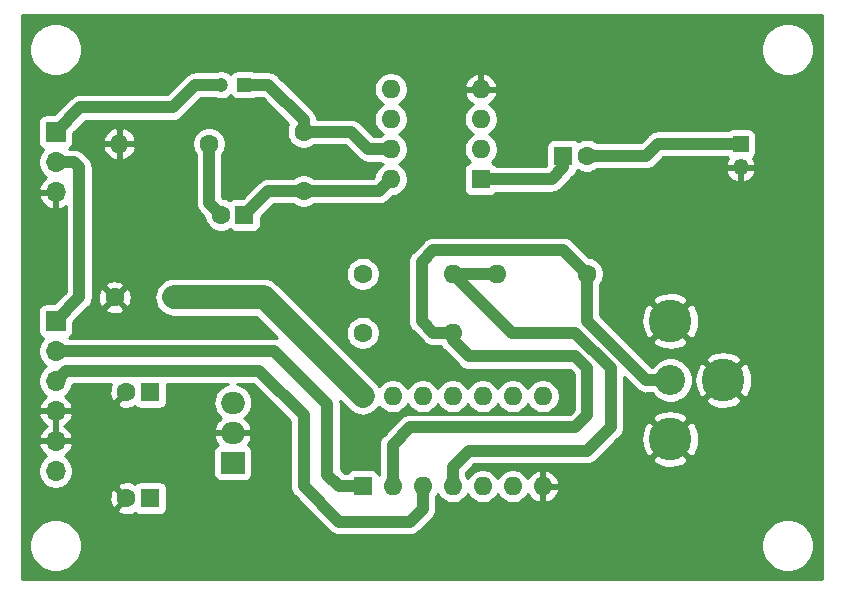
<source format=gtl>
%TF.GenerationSoftware,KiCad,Pcbnew,(5.1.10)-1*%
%TF.CreationDate,2022-07-05T19:15:51+09:00*%
%TF.ProjectId,MZ_CVBS,4d5a5f43-5642-4532-9e6b-696361645f70,rev?*%
%TF.SameCoordinates,Original*%
%TF.FileFunction,Copper,L1,Top*%
%TF.FilePolarity,Positive*%
%FSLAX46Y46*%
G04 Gerber Fmt 4.6, Leading zero omitted, Abs format (unit mm)*
G04 Created by KiCad (PCBNEW (5.1.10)-1) date 2022-07-05 19:15:51*
%MOMM*%
%LPD*%
G01*
G04 APERTURE LIST*
%TA.AperFunction,ComponentPad*%
%ADD10R,1.200000X1.200000*%
%TD*%
%TA.AperFunction,ComponentPad*%
%ADD11C,1.200000*%
%TD*%
%TA.AperFunction,ComponentPad*%
%ADD12R,1.600000X1.600000*%
%TD*%
%TA.AperFunction,ComponentPad*%
%ADD13C,1.600000*%
%TD*%
%TA.AperFunction,ComponentPad*%
%ADD14R,1.700000X1.700000*%
%TD*%
%TA.AperFunction,ComponentPad*%
%ADD15O,1.700000X1.700000*%
%TD*%
%TA.AperFunction,ComponentPad*%
%ADD16R,1.350000X1.350000*%
%TD*%
%TA.AperFunction,ComponentPad*%
%ADD17O,1.350000X1.350000*%
%TD*%
%TA.AperFunction,ComponentPad*%
%ADD18C,2.550000*%
%TD*%
%TA.AperFunction,ComponentPad*%
%ADD19C,3.616000*%
%TD*%
%TA.AperFunction,ComponentPad*%
%ADD20O,1.600000X1.600000*%
%TD*%
%TA.AperFunction,ComponentPad*%
%ADD21R,2.000000X1.905000*%
%TD*%
%TA.AperFunction,ComponentPad*%
%ADD22O,2.000000X1.905000*%
%TD*%
%TA.AperFunction,Conductor*%
%ADD23C,1.000000*%
%TD*%
%TA.AperFunction,Conductor*%
%ADD24C,2.000000*%
%TD*%
%TA.AperFunction,Conductor*%
%ADD25C,0.254000*%
%TD*%
%TA.AperFunction,Conductor*%
%ADD26C,0.100000*%
%TD*%
G04 APERTURE END LIST*
D10*
%TO.P,C1,1*%
%TO.N,Net-(C1-Pad1)*%
X-340000000Y423000000D03*
D11*
%TO.P,C1,2*%
%TO.N,Net-(C1-Pad2)*%
X-342000000Y423000000D03*
%TD*%
D12*
%TO.P,C2,1*%
%TO.N,+12V*%
X-348000000Y388000000D03*
D13*
%TO.P,C2,2*%
%TO.N,GND*%
X-350000000Y388000000D03*
%TD*%
%TO.P,C3,2*%
%TO.N,Net-(C3-Pad2)*%
X-335000000Y414000000D03*
%TO.P,C3,1*%
%TO.N,Net-(C1-Pad1)*%
X-335000000Y419000000D03*
%TD*%
D12*
%TO.P,C4,1*%
%TO.N,Net-(C3-Pad2)*%
X-340000000Y412000000D03*
D13*
%TO.P,C4,2*%
%TO.N,Net-(C4-Pad2)*%
X-342000000Y412000000D03*
%TD*%
%TO.P,C5,1*%
%TO.N,+5V*%
X-346000000Y405000000D03*
%TO.P,C5,2*%
%TO.N,GND*%
X-351000000Y405000000D03*
%TD*%
%TO.P,C6,2*%
%TO.N,GND*%
X-350000000Y397000000D03*
D12*
%TO.P,C6,1*%
%TO.N,+5V*%
X-348000000Y397000000D03*
%TD*%
D13*
%TO.P,C7,2*%
%TO.N,/SP+*%
X-311000000Y417000000D03*
D12*
%TO.P,C7,1*%
%TO.N,Net-(C7-Pad1)*%
X-313000000Y417000000D03*
%TD*%
D14*
%TO.P,J1,1*%
%TO.N,Net-(C1-Pad2)*%
X-356000000Y419000000D03*
D15*
%TO.P,J1,2*%
%TO.N,/Sound*%
X-356000000Y416460000D03*
%TO.P,J1,3*%
%TO.N,GND*%
X-356000000Y413920000D03*
%TD*%
D14*
%TO.P,J2,1*%
%TO.N,/Sound*%
X-356000000Y403000000D03*
D15*
%TO.P,J2,2*%
%TO.N,/Sync*%
X-356000000Y400460000D03*
%TO.P,J2,3*%
%TO.N,/Video*%
X-356000000Y397920000D03*
%TO.P,J2,4*%
%TO.N,GND*%
X-356000000Y395380000D03*
%TO.P,J2,5*%
X-356000000Y392840000D03*
%TO.P,J2,6*%
%TO.N,+12V*%
X-356000000Y390300000D03*
%TD*%
D16*
%TO.P,J3,1*%
%TO.N,/SP+*%
X-298000000Y418000000D03*
D17*
%TO.P,J3,2*%
%TO.N,GND*%
X-298000000Y416000000D03*
%TD*%
D18*
%TO.P,J4,2*%
%TO.N,Net-(J4-Pad2)*%
X-303950000Y398000000D03*
D19*
%TO.P,J4,1A*%
%TO.N,GND*%
X-303950000Y393000000D03*
%TO.P,J4,1B*%
X-303950000Y403000000D03*
%TO.P,J4,1C*%
X-299450000Y398000000D03*
%TD*%
D13*
%TO.P,R1,1*%
%TO.N,Net-(C4-Pad2)*%
X-343000000Y418000000D03*
D20*
%TO.P,R1,2*%
%TO.N,GND*%
X-350620000Y418000000D03*
%TD*%
%TO.P,R2,2*%
%TO.N,Net-(J4-Pad2)*%
X-322380000Y402000000D03*
D13*
%TO.P,R2,1*%
%TO.N,+5V*%
X-330000000Y402000000D03*
%TD*%
%TO.P,R3,1*%
%TO.N,+5V*%
X-330000000Y407000000D03*
D20*
%TO.P,R3,2*%
%TO.N,Net-(R3-Pad2)*%
X-322380000Y407000000D03*
%TD*%
%TO.P,R4,2*%
%TO.N,Net-(R3-Pad2)*%
X-318620000Y407000000D03*
D13*
%TO.P,R4,1*%
%TO.N,Net-(J4-Pad2)*%
X-311000000Y407000000D03*
%TD*%
D12*
%TO.P,U1,1*%
%TO.N,/Sync*%
X-330000000Y389000000D03*
D20*
%TO.P,U1,8*%
%TO.N,N/C*%
X-314760000Y396620000D03*
%TO.P,U1,2*%
%TO.N,Net-(J4-Pad2)*%
X-327460000Y389000000D03*
%TO.P,U1,9*%
%TO.N,N/C*%
X-317300000Y396620000D03*
%TO.P,U1,3*%
%TO.N,/Video*%
X-324920000Y389000000D03*
%TO.P,U1,10*%
%TO.N,N/C*%
X-319840000Y396620000D03*
%TO.P,U1,4*%
%TO.N,Net-(R3-Pad2)*%
X-322380000Y389000000D03*
%TO.P,U1,11*%
%TO.N,N/C*%
X-322380000Y396620000D03*
%TO.P,U1,5*%
X-319840000Y389000000D03*
%TO.P,U1,12*%
X-324920000Y396620000D03*
%TO.P,U1,6*%
X-317300000Y389000000D03*
%TO.P,U1,13*%
X-327460000Y396620000D03*
%TO.P,U1,7*%
%TO.N,GND*%
X-314760000Y389000000D03*
%TO.P,U1,14*%
%TO.N,+5V*%
X-330000000Y396620000D03*
%TD*%
D21*
%TO.P,U2,1*%
%TO.N,+12V*%
X-341000000Y391000000D03*
D22*
%TO.P,U2,2*%
%TO.N,GND*%
X-341000000Y393540000D03*
%TO.P,U2,3*%
%TO.N,+5V*%
X-341000000Y396080000D03*
%TD*%
D12*
%TO.P,U3,1*%
%TO.N,Net-(C7-Pad1)*%
X-320000000Y415000000D03*
D20*
%TO.P,U3,5*%
%TO.N,N/C*%
X-327620000Y422620000D03*
%TO.P,U3,2*%
%TO.N,+12V*%
X-320000000Y417540000D03*
%TO.P,U3,6*%
%TO.N,N/C*%
X-327620000Y420080000D03*
%TO.P,U3,3*%
X-320000000Y420080000D03*
%TO.P,U3,7*%
%TO.N,Net-(C1-Pad1)*%
X-327620000Y417540000D03*
%TO.P,U3,4*%
%TO.N,GND*%
X-320000000Y422620000D03*
%TO.P,U3,8*%
%TO.N,Net-(C3-Pad2)*%
X-327620000Y415000000D03*
%TD*%
D23*
%TO.N,Net-(C1-Pad1)*%
X-340000000Y423000000D02*
X-338000000Y423000000D01*
X-335000000Y420000000D02*
X-335000000Y419000000D01*
X-338000000Y423000000D02*
X-335000000Y420000000D01*
X-335000000Y419000000D02*
X-331000000Y419000000D01*
X-329540000Y417540000D02*
X-327620000Y417540000D01*
X-331000000Y419000000D02*
X-329540000Y417540000D01*
%TO.N,Net-(C1-Pad2)*%
X-346080000Y421080000D02*
X-344160000Y423000000D01*
X-344160000Y423000000D02*
X-342000000Y423000000D01*
X-353920000Y421080000D02*
X-356000000Y419000000D01*
X-346080000Y421080000D02*
X-353920000Y421080000D01*
%TO.N,Net-(C3-Pad2)*%
X-340000000Y412000000D02*
X-338000000Y414000000D01*
X-338000000Y414000000D02*
X-335000000Y414000000D01*
X-328620000Y414000000D02*
X-327620000Y415000000D01*
X-335000000Y414000000D02*
X-328620000Y414000000D01*
%TO.N,Net-(C4-Pad2)*%
X-343000000Y413000000D02*
X-342000000Y412000000D01*
X-343000000Y418000000D02*
X-343000000Y413000000D01*
D24*
%TO.N,+5V*%
X-330000000Y396620000D02*
X-338380000Y405000000D01*
X-338380000Y405000000D02*
X-346000000Y405000000D01*
D23*
%TO.N,Net-(J4-Pad2)*%
X-322380000Y401380000D02*
X-322380000Y402000000D01*
X-321000000Y400000000D02*
X-322380000Y401380000D01*
X-312000000Y400000000D02*
X-321000000Y400000000D01*
X-311000000Y395000000D02*
X-311000000Y399000000D01*
X-312000000Y394000000D02*
X-311000000Y395000000D01*
X-311000000Y399000000D02*
X-312000000Y400000000D01*
X-326000000Y394000000D02*
X-312000000Y394000000D01*
X-327460000Y392540000D02*
X-326000000Y394000000D01*
X-327460000Y389000000D02*
X-327460000Y392540000D01*
X-322380000Y402000000D02*
X-324000000Y402000000D01*
X-324000000Y402000000D02*
X-325000000Y403000000D01*
X-325000000Y403000000D02*
X-325000000Y408000000D01*
X-325000000Y408000000D02*
X-324000000Y409000000D01*
X-313000000Y409000000D02*
X-311000000Y407000000D01*
X-324000000Y409000000D02*
X-313000000Y409000000D01*
X-303950000Y398000000D02*
X-306000000Y398000000D01*
X-311000000Y407000000D02*
X-311000000Y403000000D01*
X-311000000Y403000000D02*
X-306000000Y398000000D01*
%TO.N,Net-(R3-Pad2)*%
X-322380000Y389000000D02*
X-322380000Y390620000D01*
X-322380000Y390620000D02*
X-321000000Y392000000D01*
X-322380000Y407000000D02*
X-318620000Y407000000D01*
X-321000000Y392000000D02*
X-311000000Y392000000D01*
X-311000000Y392000000D02*
X-309000000Y394000000D01*
X-309000000Y394000000D02*
X-309000000Y399000000D01*
X-309000000Y399000000D02*
X-312000000Y402000000D01*
X-317380000Y402000000D02*
X-322380000Y407000000D01*
X-312000000Y402000000D02*
X-317380000Y402000000D01*
%TO.N,/SP+*%
X-298000000Y418000000D02*
X-305000000Y418000000D01*
X-306000000Y417000000D02*
X-311000000Y417000000D01*
X-305000000Y418000000D02*
X-306000000Y417000000D01*
%TO.N,/Sound*%
X-354000000Y405000000D02*
X-356000000Y403000000D01*
X-356000000Y416460000D02*
X-354460000Y416460000D01*
X-354000000Y416000000D02*
X-354000000Y405000000D01*
X-354460000Y416460000D02*
X-354000000Y416000000D01*
%TO.N,/Sync*%
X-356000000Y400460000D02*
X-337460000Y400460000D01*
X-337460000Y400460000D02*
X-333000000Y396000000D01*
X-333000000Y396000000D02*
X-333000000Y390000000D01*
X-332000000Y389000000D02*
X-330000000Y389000000D01*
X-333000000Y390000000D02*
X-332000000Y389000000D01*
%TO.N,/Video*%
X-332000000Y386000000D02*
X-326000000Y386000000D01*
X-324920000Y387080000D02*
X-324920000Y389000000D01*
X-335000000Y389000000D02*
X-332000000Y386000000D01*
X-335000000Y395000000D02*
X-335000000Y389000000D01*
X-338769999Y398769999D02*
X-335000000Y395000000D01*
X-326000000Y386000000D02*
X-324920000Y387080000D01*
X-355150001Y398769999D02*
X-338769999Y398769999D01*
X-356000000Y397920000D02*
X-355150001Y398769999D01*
%TO.N,Net-(C7-Pad1)*%
X-320000000Y415000000D02*
X-314000000Y415000000D01*
X-313000000Y416000000D02*
X-313000000Y417000000D01*
X-314000000Y415000000D02*
X-313000000Y416000000D01*
%TD*%
D25*
%TO.N,GND*%
X-291127000Y381127000D02*
X-358873000Y381127000D01*
X-358873000Y384220128D01*
X-358235000Y384220128D01*
X-358235000Y383779872D01*
X-358149110Y383348075D01*
X-357980631Y382941331D01*
X-357736038Y382575271D01*
X-357424729Y382263962D01*
X-357058669Y382019369D01*
X-356651925Y381850890D01*
X-356220128Y381765000D01*
X-355779872Y381765000D01*
X-355348075Y381850890D01*
X-354941331Y382019369D01*
X-354575271Y382263962D01*
X-354263962Y382575271D01*
X-354019369Y382941331D01*
X-353850890Y383348075D01*
X-353765000Y383779872D01*
X-353765000Y384220128D01*
X-296235000Y384220128D01*
X-296235000Y383779872D01*
X-296149110Y383348075D01*
X-295980631Y382941331D01*
X-295736038Y382575271D01*
X-295424729Y382263962D01*
X-295058669Y382019369D01*
X-294651925Y381850890D01*
X-294220128Y381765000D01*
X-293779872Y381765000D01*
X-293348075Y381850890D01*
X-292941331Y382019369D01*
X-292575271Y382263962D01*
X-292263962Y382575271D01*
X-292019369Y382941331D01*
X-291850890Y383348075D01*
X-291765000Y383779872D01*
X-291765000Y384220128D01*
X-291850890Y384651925D01*
X-292019369Y385058669D01*
X-292263962Y385424729D01*
X-292575271Y385736038D01*
X-292941331Y385980631D01*
X-293348075Y386149110D01*
X-293779872Y386235000D01*
X-294220128Y386235000D01*
X-294651925Y386149110D01*
X-295058669Y385980631D01*
X-295424729Y385736038D01*
X-295736038Y385424729D01*
X-295980631Y385058669D01*
X-296149110Y384651925D01*
X-296235000Y384220128D01*
X-353765000Y384220128D01*
X-353850890Y384651925D01*
X-354019369Y385058669D01*
X-354263962Y385424729D01*
X-354575271Y385736038D01*
X-354941331Y385980631D01*
X-355348075Y386149110D01*
X-355779872Y386235000D01*
X-356220128Y386235000D01*
X-356651925Y386149110D01*
X-357058669Y385980631D01*
X-357424729Y385736038D01*
X-357736038Y385424729D01*
X-357980631Y385058669D01*
X-358149110Y384651925D01*
X-358235000Y384220128D01*
X-358873000Y384220128D01*
X-358873000Y387929488D01*
X-351440217Y387929488D01*
X-351398787Y387649870D01*
X-351303603Y387383708D01*
X-351236671Y387258486D01*
X-350992702Y387186903D01*
X-350179605Y388000000D01*
X-350992702Y388813097D01*
X-351236671Y388741514D01*
X-351357571Y388486004D01*
X-351426300Y388211816D01*
X-351440217Y387929488D01*
X-358873000Y387929488D01*
X-358873000Y390446260D01*
X-357485000Y390446260D01*
X-357485000Y390153740D01*
X-357427932Y389866842D01*
X-357315990Y389596589D01*
X-357153475Y389353368D01*
X-356946632Y389146525D01*
X-356703411Y388984010D01*
X-356433158Y388872068D01*
X-356146260Y388815000D01*
X-355853740Y388815000D01*
X-355566842Y388872068D01*
X-355296589Y388984010D01*
X-355283581Y388992702D01*
X-350813097Y388992702D01*
X-350000000Y388179605D01*
X-349985858Y388193748D01*
X-349806253Y388014143D01*
X-349820395Y388000000D01*
X-349806253Y387985858D01*
X-349985858Y387806253D01*
X-350000000Y387820395D01*
X-350813097Y387007298D01*
X-350741514Y386763329D01*
X-350486004Y386642429D01*
X-350211816Y386573700D01*
X-349929488Y386559783D01*
X-349649870Y386601213D01*
X-349383708Y386696397D01*
X-349261691Y386761616D01*
X-349251185Y386748815D01*
X-349154494Y386669463D01*
X-349044180Y386610498D01*
X-348924482Y386574188D01*
X-348800000Y386561928D01*
X-347200000Y386561928D01*
X-347075518Y386574188D01*
X-346955820Y386610498D01*
X-346845506Y386669463D01*
X-346748815Y386748815D01*
X-346669463Y386845506D01*
X-346610498Y386955820D01*
X-346574188Y387075518D01*
X-346561928Y387200000D01*
X-346561928Y388800000D01*
X-346574188Y388924482D01*
X-346610498Y389044180D01*
X-346669463Y389154494D01*
X-346748815Y389251185D01*
X-346845506Y389330537D01*
X-346955820Y389389502D01*
X-347075518Y389425812D01*
X-347200000Y389438072D01*
X-348800000Y389438072D01*
X-348924482Y389425812D01*
X-349044180Y389389502D01*
X-349154494Y389330537D01*
X-349251185Y389251185D01*
X-349261807Y389238242D01*
X-349513996Y389357571D01*
X-349788184Y389426300D01*
X-350070512Y389440217D01*
X-350350130Y389398787D01*
X-350616292Y389303603D01*
X-350741514Y389236671D01*
X-350813097Y388992702D01*
X-355283581Y388992702D01*
X-355053368Y389146525D01*
X-354846525Y389353368D01*
X-354684010Y389596589D01*
X-354572068Y389866842D01*
X-354515000Y390153740D01*
X-354515000Y390446260D01*
X-354572068Y390733158D01*
X-354684010Y391003411D01*
X-354846525Y391246632D01*
X-355053368Y391453475D01*
X-355235534Y391575195D01*
X-355118645Y391644822D01*
X-354902412Y391839731D01*
X-354818299Y391952500D01*
X-342638072Y391952500D01*
X-342638072Y390047500D01*
X-342625812Y389923018D01*
X-342589502Y389803320D01*
X-342530537Y389693006D01*
X-342451185Y389596315D01*
X-342354494Y389516963D01*
X-342244180Y389457998D01*
X-342124482Y389421688D01*
X-342000000Y389409428D01*
X-340000000Y389409428D01*
X-339875518Y389421688D01*
X-339755820Y389457998D01*
X-339645506Y389516963D01*
X-339548815Y389596315D01*
X-339469463Y389693006D01*
X-339410498Y389803320D01*
X-339374188Y389923018D01*
X-339361928Y390047500D01*
X-339361928Y391952500D01*
X-339374188Y392076982D01*
X-339410498Y392196680D01*
X-339469463Y392306994D01*
X-339548815Y392403685D01*
X-339645506Y392483037D01*
X-339737219Y392532059D01*
X-339624031Y392673077D01*
X-339480429Y392948906D01*
X-339409437Y393167020D01*
X-339529406Y393413000D01*
X-340873000Y393413000D01*
X-340873000Y393393000D01*
X-341127000Y393393000D01*
X-341127000Y393413000D01*
X-342470594Y393413000D01*
X-342590563Y393167020D01*
X-342519571Y392948906D01*
X-342375969Y392673077D01*
X-342262781Y392532059D01*
X-342354494Y392483037D01*
X-342451185Y392403685D01*
X-342530537Y392306994D01*
X-342589502Y392196680D01*
X-342625812Y392076982D01*
X-342638072Y391952500D01*
X-354818299Y391952500D01*
X-354728359Y392073080D01*
X-354603175Y392335901D01*
X-354558524Y392483110D01*
X-354679845Y392713000D01*
X-355873000Y392713000D01*
X-355873000Y392693000D01*
X-356127000Y392693000D01*
X-356127000Y392713000D01*
X-357320155Y392713000D01*
X-357441476Y392483110D01*
X-357396825Y392335901D01*
X-357271641Y392073080D01*
X-357097588Y391839731D01*
X-356881355Y391644822D01*
X-356764466Y391575195D01*
X-356946632Y391453475D01*
X-357153475Y391246632D01*
X-357315990Y391003411D01*
X-357427932Y390733158D01*
X-357485000Y390446260D01*
X-358873000Y390446260D01*
X-358873000Y395023110D01*
X-357441476Y395023110D01*
X-357396825Y394875901D01*
X-357271641Y394613080D01*
X-357097588Y394379731D01*
X-356881355Y394184822D01*
X-356755745Y394110000D01*
X-356881355Y394035178D01*
X-357097588Y393840269D01*
X-357271641Y393606920D01*
X-357396825Y393344099D01*
X-357441476Y393196890D01*
X-357320155Y392967000D01*
X-356127000Y392967000D01*
X-356127000Y395253000D01*
X-355873000Y395253000D01*
X-355873000Y392967000D01*
X-354679845Y392967000D01*
X-354558524Y393196890D01*
X-354603175Y393344099D01*
X-354728359Y393606920D01*
X-354902412Y393840269D01*
X-355118645Y394035178D01*
X-355244255Y394110000D01*
X-355118645Y394184822D01*
X-354902412Y394379731D01*
X-354728359Y394613080D01*
X-354603175Y394875901D01*
X-354558524Y395023110D01*
X-354679845Y395253000D01*
X-355873000Y395253000D01*
X-356127000Y395253000D01*
X-357320155Y395253000D01*
X-357441476Y395023110D01*
X-358873000Y395023110D01*
X-358873000Y413563110D01*
X-357441476Y413563110D01*
X-357396825Y413415901D01*
X-357271641Y413153080D01*
X-357097588Y412919731D01*
X-356881355Y412724822D01*
X-356631252Y412575843D01*
X-356356891Y412478519D01*
X-356127000Y412599186D01*
X-356127000Y413793000D01*
X-357320155Y413793000D01*
X-357441476Y413563110D01*
X-358873000Y413563110D01*
X-358873000Y419850000D01*
X-357488072Y419850000D01*
X-357488072Y418150000D01*
X-357475812Y418025518D01*
X-357439502Y417905820D01*
X-357380537Y417795506D01*
X-357301185Y417698815D01*
X-357204494Y417619463D01*
X-357094180Y417560498D01*
X-357021620Y417538487D01*
X-357153475Y417406632D01*
X-357315990Y417163411D01*
X-357427932Y416893158D01*
X-357485000Y416606260D01*
X-357485000Y416313740D01*
X-357427932Y416026842D01*
X-357315990Y415756589D01*
X-357153475Y415513368D01*
X-356946632Y415306525D01*
X-356764466Y415184805D01*
X-356881355Y415115178D01*
X-357097588Y414920269D01*
X-357271641Y414686920D01*
X-357396825Y414424099D01*
X-357441476Y414276890D01*
X-357320155Y414047000D01*
X-356127000Y414047000D01*
X-356127000Y414067000D01*
X-355873000Y414067000D01*
X-355873000Y414047000D01*
X-355853000Y414047000D01*
X-355853000Y413793000D01*
X-355873000Y413793000D01*
X-355873000Y412599186D01*
X-355643109Y412478519D01*
X-355368748Y412575843D01*
X-355135000Y412715080D01*
X-355134999Y405470133D01*
X-356117059Y404488072D01*
X-356850000Y404488072D01*
X-356974482Y404475812D01*
X-357094180Y404439502D01*
X-357204494Y404380537D01*
X-357301185Y404301185D01*
X-357380537Y404204494D01*
X-357439502Y404094180D01*
X-357475812Y403974482D01*
X-357488072Y403850000D01*
X-357488072Y402150000D01*
X-357475812Y402025518D01*
X-357439502Y401905820D01*
X-357380537Y401795506D01*
X-357301185Y401698815D01*
X-357204494Y401619463D01*
X-357094180Y401560498D01*
X-357021620Y401538487D01*
X-357153475Y401406632D01*
X-357315990Y401163411D01*
X-357427932Y400893158D01*
X-357485000Y400606260D01*
X-357485000Y400313740D01*
X-357427932Y400026842D01*
X-357315990Y399756589D01*
X-357153475Y399513368D01*
X-356946632Y399306525D01*
X-356772240Y399190000D01*
X-356946632Y399073475D01*
X-357153475Y398866632D01*
X-357315990Y398623411D01*
X-357427932Y398353158D01*
X-357485000Y398066260D01*
X-357485000Y397773740D01*
X-357427932Y397486842D01*
X-357315990Y397216589D01*
X-357153475Y396973368D01*
X-356946632Y396766525D01*
X-356764466Y396644805D01*
X-356881355Y396575178D01*
X-357097588Y396380269D01*
X-357271641Y396146920D01*
X-357396825Y395884099D01*
X-357441476Y395736890D01*
X-357320155Y395507000D01*
X-356127000Y395507000D01*
X-356127000Y395527000D01*
X-355873000Y395527000D01*
X-355873000Y395507000D01*
X-354679845Y395507000D01*
X-354558524Y395736890D01*
X-354603175Y395884099D01*
X-354728359Y396146920D01*
X-354902412Y396380269D01*
X-355118645Y396575178D01*
X-355235534Y396644805D01*
X-355053368Y396766525D01*
X-354846525Y396973368D01*
X-354684010Y397216589D01*
X-354572068Y397486842D01*
X-354542598Y397634999D01*
X-351287071Y397634999D01*
X-351357571Y397486004D01*
X-351426300Y397211816D01*
X-351440217Y396929488D01*
X-351398787Y396649870D01*
X-351303603Y396383708D01*
X-351236671Y396258486D01*
X-350992702Y396186903D01*
X-350179605Y397000000D01*
X-350193748Y397014143D01*
X-350014143Y397193748D01*
X-350000000Y397179605D01*
X-349985858Y397193748D01*
X-349806253Y397014143D01*
X-349820395Y397000000D01*
X-349806253Y396985858D01*
X-349985858Y396806253D01*
X-350000000Y396820395D01*
X-350813097Y396007298D01*
X-350741514Y395763329D01*
X-350486004Y395642429D01*
X-350211816Y395573700D01*
X-349929488Y395559783D01*
X-349649870Y395601213D01*
X-349383708Y395696397D01*
X-349261691Y395761616D01*
X-349251185Y395748815D01*
X-349154494Y395669463D01*
X-349044180Y395610498D01*
X-348924482Y395574188D01*
X-348800000Y395561928D01*
X-347200000Y395561928D01*
X-347075518Y395574188D01*
X-346955820Y395610498D01*
X-346845506Y395669463D01*
X-346748815Y395748815D01*
X-346669463Y395845506D01*
X-346610498Y395955820D01*
X-346574188Y396075518D01*
X-346561928Y396200000D01*
X-346561928Y397634999D01*
X-341390123Y397634999D01*
X-341657949Y397553755D01*
X-341933735Y397406345D01*
X-342175463Y397207963D01*
X-342373845Y396966235D01*
X-342521255Y396690449D01*
X-342612030Y396391204D01*
X-342642681Y396080000D01*
X-342612030Y395768796D01*
X-342521255Y395469551D01*
X-342373845Y395193765D01*
X-342175463Y394952037D01*
X-341996101Y394804837D01*
X-342181315Y394649437D01*
X-342375969Y394406923D01*
X-342519571Y394131094D01*
X-342590563Y393912980D01*
X-342470594Y393667000D01*
X-341127000Y393667000D01*
X-341127000Y393687000D01*
X-340873000Y393687000D01*
X-340873000Y393667000D01*
X-339529406Y393667000D01*
X-339409437Y393912980D01*
X-339480429Y394131094D01*
X-339624031Y394406923D01*
X-339818685Y394649437D01*
X-340003899Y394804837D01*
X-339824537Y394952037D01*
X-339626155Y395193765D01*
X-339478745Y395469551D01*
X-339387970Y395768796D01*
X-339357319Y396080000D01*
X-339387970Y396391204D01*
X-339478745Y396690449D01*
X-339626155Y396966235D01*
X-339824537Y397207963D01*
X-340066265Y397406345D01*
X-340342051Y397553755D01*
X-340609877Y397634999D01*
X-339240130Y397634999D01*
X-336135000Y394529867D01*
X-336134999Y389055761D01*
X-336140491Y389000000D01*
X-336118577Y388777502D01*
X-336053676Y388563554D01*
X-336004616Y388471770D01*
X-335948283Y388366377D01*
X-335806448Y388193551D01*
X-335763142Y388158011D01*
X-332841987Y385236854D01*
X-332806449Y385193551D01*
X-332763146Y385158013D01*
X-332763144Y385158011D01*
X-332633623Y385051716D01*
X-332436447Y384946324D01*
X-332222499Y384881423D01*
X-332000000Y384859509D01*
X-331944248Y384865000D01*
X-326055751Y384865000D01*
X-326000000Y384859509D01*
X-325944249Y384865000D01*
X-325944248Y384865000D01*
X-325777501Y384881423D01*
X-325563553Y384946324D01*
X-325366377Y385051716D01*
X-325193551Y385193551D01*
X-325158005Y385236864D01*
X-324156854Y386238013D01*
X-324113551Y386273551D01*
X-323971716Y386446377D01*
X-323866324Y386643553D01*
X-323801423Y386857501D01*
X-323785000Y387024248D01*
X-323785000Y387024249D01*
X-323779509Y387080000D01*
X-323785000Y387135752D01*
X-323785000Y388115716D01*
X-323650000Y388317759D01*
X-323494637Y388085241D01*
X-323294759Y387885363D01*
X-323059727Y387728320D01*
X-322798574Y387620147D01*
X-322521335Y387565000D01*
X-322238665Y387565000D01*
X-321961426Y387620147D01*
X-321700273Y387728320D01*
X-321465241Y387885363D01*
X-321265363Y388085241D01*
X-321110000Y388317759D01*
X-320954637Y388085241D01*
X-320754759Y387885363D01*
X-320519727Y387728320D01*
X-320258574Y387620147D01*
X-319981335Y387565000D01*
X-319698665Y387565000D01*
X-319421426Y387620147D01*
X-319160273Y387728320D01*
X-318925241Y387885363D01*
X-318725363Y388085241D01*
X-318570000Y388317759D01*
X-318414637Y388085241D01*
X-318214759Y387885363D01*
X-317979727Y387728320D01*
X-317718574Y387620147D01*
X-317441335Y387565000D01*
X-317158665Y387565000D01*
X-316881426Y387620147D01*
X-316620273Y387728320D01*
X-316385241Y387885363D01*
X-316185363Y388085241D01*
X-316028320Y388320273D01*
X-316023933Y388330865D01*
X-315912385Y388144869D01*
X-315723414Y387936481D01*
X-315497420Y387768963D01*
X-315243087Y387648754D01*
X-315109039Y387608096D01*
X-314887000Y387730085D01*
X-314887000Y388873000D01*
X-314633000Y388873000D01*
X-314633000Y387730085D01*
X-314410961Y387608096D01*
X-314276913Y387648754D01*
X-314022580Y387768963D01*
X-313796586Y387936481D01*
X-313607615Y388144869D01*
X-313462930Y388386119D01*
X-313368091Y388650960D01*
X-313489376Y388873000D01*
X-314633000Y388873000D01*
X-314887000Y388873000D01*
X-314907000Y388873000D01*
X-314907000Y389127000D01*
X-314887000Y389127000D01*
X-314887000Y390269915D01*
X-314633000Y390269915D01*
X-314633000Y389127000D01*
X-313489376Y389127000D01*
X-313368091Y389349040D01*
X-313462930Y389613881D01*
X-313607615Y389855131D01*
X-313796586Y390063519D01*
X-314022580Y390231037D01*
X-314276913Y390351246D01*
X-314410961Y390391904D01*
X-314633000Y390269915D01*
X-314887000Y390269915D01*
X-315109039Y390391904D01*
X-315243087Y390351246D01*
X-315497420Y390231037D01*
X-315723414Y390063519D01*
X-315912385Y389855131D01*
X-316023933Y389669135D01*
X-316028320Y389679727D01*
X-316185363Y389914759D01*
X-316385241Y390114637D01*
X-316620273Y390271680D01*
X-316881426Y390379853D01*
X-317158665Y390435000D01*
X-317441335Y390435000D01*
X-317718574Y390379853D01*
X-317979727Y390271680D01*
X-318214759Y390114637D01*
X-318414637Y389914759D01*
X-318570000Y389682241D01*
X-318725363Y389914759D01*
X-318925241Y390114637D01*
X-319160273Y390271680D01*
X-319421426Y390379853D01*
X-319698665Y390435000D01*
X-319981335Y390435000D01*
X-320258574Y390379853D01*
X-320519727Y390271680D01*
X-320754759Y390114637D01*
X-320954637Y389914759D01*
X-321110000Y389682241D01*
X-321245000Y389884284D01*
X-321245000Y390149868D01*
X-320529868Y390865000D01*
X-311055751Y390865000D01*
X-311000000Y390859509D01*
X-310944249Y390865000D01*
X-310944248Y390865000D01*
X-310777501Y390881423D01*
X-310563553Y390946324D01*
X-310366377Y391051716D01*
X-310193551Y391193551D01*
X-310158004Y391236865D01*
X-310105753Y391289116D01*
X-305481279Y391289116D01*
X-305288230Y390942019D01*
X-304861024Y390720486D01*
X-304398808Y390586555D01*
X-303919345Y390545370D01*
X-303441059Y390598516D01*
X-302982332Y390743950D01*
X-302611770Y390942019D01*
X-302418721Y391289116D01*
X-303950000Y392820395D01*
X-305481279Y391289116D01*
X-310105753Y391289116D01*
X-308425524Y392969345D01*
X-306404630Y392969345D01*
X-306351484Y392491059D01*
X-306206050Y392032332D01*
X-306007981Y391661770D01*
X-305660884Y391468721D01*
X-304129605Y393000000D01*
X-303770395Y393000000D01*
X-302239116Y391468721D01*
X-301892019Y391661770D01*
X-301670486Y392088976D01*
X-301536555Y392551192D01*
X-301495370Y393030655D01*
X-301548516Y393508941D01*
X-301693950Y393967668D01*
X-301892019Y394338230D01*
X-302239116Y394531279D01*
X-303770395Y393000000D01*
X-304129605Y393000000D01*
X-305660884Y394531279D01*
X-306007981Y394338230D01*
X-306229514Y393911024D01*
X-306363445Y393448808D01*
X-306404630Y392969345D01*
X-308425524Y392969345D01*
X-308236859Y393158009D01*
X-308193551Y393193551D01*
X-308051716Y393366377D01*
X-307946324Y393563553D01*
X-307881423Y393777501D01*
X-307865000Y393944248D01*
X-307865000Y393944249D01*
X-307859509Y393999999D01*
X-307865000Y394055751D01*
X-307865000Y394710884D01*
X-305481279Y394710884D01*
X-303950000Y393179605D01*
X-302418721Y394710884D01*
X-302611770Y395057981D01*
X-303038976Y395279514D01*
X-303501192Y395413445D01*
X-303980655Y395454630D01*
X-304458941Y395401484D01*
X-304917668Y395256050D01*
X-305288230Y395057981D01*
X-305481279Y394710884D01*
X-307865000Y394710884D01*
X-307865000Y398259868D01*
X-306841991Y397236859D01*
X-306806449Y397193551D01*
X-306741795Y397140491D01*
X-306633623Y397051716D01*
X-306436447Y396946324D01*
X-306222499Y396881423D01*
X-306000000Y396859509D01*
X-305944248Y396865000D01*
X-305488755Y396865000D01*
X-305433594Y396782446D01*
X-305167554Y396516406D01*
X-304854724Y396307380D01*
X-304507127Y396163400D01*
X-304138119Y396090000D01*
X-303761881Y396090000D01*
X-303392873Y396163400D01*
X-303089370Y396289116D01*
X-300981279Y396289116D01*
X-300788230Y395942019D01*
X-300361024Y395720486D01*
X-299898808Y395586555D01*
X-299419345Y395545370D01*
X-298941059Y395598516D01*
X-298482332Y395743950D01*
X-298111770Y395942019D01*
X-297918721Y396289116D01*
X-299450000Y397820395D01*
X-300981279Y396289116D01*
X-303089370Y396289116D01*
X-303045276Y396307380D01*
X-302732446Y396516406D01*
X-302466406Y396782446D01*
X-302257380Y397095276D01*
X-302113400Y397442873D01*
X-302040000Y397811881D01*
X-302040000Y397969345D01*
X-301904630Y397969345D01*
X-301851484Y397491059D01*
X-301706050Y397032332D01*
X-301507981Y396661770D01*
X-301160884Y396468721D01*
X-299629605Y398000000D01*
X-299270395Y398000000D01*
X-297739116Y396468721D01*
X-297392019Y396661770D01*
X-297170486Y397088976D01*
X-297036555Y397551192D01*
X-296995370Y398030655D01*
X-297048516Y398508941D01*
X-297193950Y398967668D01*
X-297392019Y399338230D01*
X-297739116Y399531279D01*
X-299270395Y398000000D01*
X-299629605Y398000000D01*
X-301160884Y399531279D01*
X-301507981Y399338230D01*
X-301729514Y398911024D01*
X-301863445Y398448808D01*
X-301904630Y397969345D01*
X-302040000Y397969345D01*
X-302040000Y398188119D01*
X-302113400Y398557127D01*
X-302257380Y398904724D01*
X-302466406Y399217554D01*
X-302732446Y399483594D01*
X-303045276Y399692620D01*
X-303089369Y399710884D01*
X-300981279Y399710884D01*
X-299450000Y398179605D01*
X-297918721Y399710884D01*
X-298111770Y400057981D01*
X-298538976Y400279514D01*
X-299001192Y400413445D01*
X-299480655Y400454630D01*
X-299958941Y400401484D01*
X-300417668Y400256050D01*
X-300788230Y400057981D01*
X-300981279Y399710884D01*
X-303089369Y399710884D01*
X-303392873Y399836600D01*
X-303761881Y399910000D01*
X-304138119Y399910000D01*
X-304507127Y399836600D01*
X-304854724Y399692620D01*
X-305167554Y399483594D01*
X-305433594Y399217554D01*
X-305488755Y399135000D01*
X-305529868Y399135000D01*
X-307683984Y401289116D01*
X-305481279Y401289116D01*
X-305288230Y400942019D01*
X-304861024Y400720486D01*
X-304398808Y400586555D01*
X-303919345Y400545370D01*
X-303441059Y400598516D01*
X-302982332Y400743950D01*
X-302611770Y400942019D01*
X-302418721Y401289116D01*
X-303950000Y402820395D01*
X-305481279Y401289116D01*
X-307683984Y401289116D01*
X-309364213Y402969345D01*
X-306404630Y402969345D01*
X-306351484Y402491059D01*
X-306206050Y402032332D01*
X-306007981Y401661770D01*
X-305660884Y401468721D01*
X-304129605Y403000000D01*
X-303770395Y403000000D01*
X-302239116Y401468721D01*
X-301892019Y401661770D01*
X-301670486Y402088976D01*
X-301536555Y402551192D01*
X-301495370Y403030655D01*
X-301548516Y403508941D01*
X-301693950Y403967668D01*
X-301892019Y404338230D01*
X-302239116Y404531279D01*
X-303770395Y403000000D01*
X-304129605Y403000000D01*
X-305660884Y404531279D01*
X-306007981Y404338230D01*
X-306229514Y403911024D01*
X-306363445Y403448808D01*
X-306404630Y402969345D01*
X-309364213Y402969345D01*
X-309865000Y403470131D01*
X-309865000Y404710884D01*
X-305481279Y404710884D01*
X-303950000Y403179605D01*
X-302418721Y404710884D01*
X-302611770Y405057981D01*
X-303038976Y405279514D01*
X-303501192Y405413445D01*
X-303980655Y405454630D01*
X-304458941Y405401484D01*
X-304917668Y405256050D01*
X-305288230Y405057981D01*
X-305481279Y404710884D01*
X-309865000Y404710884D01*
X-309865000Y406115716D01*
X-309728320Y406320273D01*
X-309620147Y406581426D01*
X-309565000Y406858665D01*
X-309565000Y407141335D01*
X-309620147Y407418574D01*
X-309728320Y407679727D01*
X-309885363Y407914759D01*
X-310085241Y408114637D01*
X-310320273Y408271680D01*
X-310581426Y408379853D01*
X-310822718Y408427850D01*
X-312158004Y409763135D01*
X-312193551Y409806449D01*
X-312366377Y409948284D01*
X-312563553Y410053676D01*
X-312777501Y410118577D01*
X-312944248Y410135000D01*
X-312944249Y410135000D01*
X-313000000Y410140491D01*
X-313055751Y410135000D01*
X-323944248Y410135000D01*
X-324000000Y410140491D01*
X-324222499Y410118577D01*
X-324436447Y410053676D01*
X-324633623Y409948284D01*
X-324763144Y409841989D01*
X-324763145Y409841988D01*
X-324806449Y409806449D01*
X-324841987Y409763145D01*
X-325763141Y408841991D01*
X-325806448Y408806449D01*
X-325948283Y408633623D01*
X-325985735Y408563554D01*
X-326053676Y408436446D01*
X-326118577Y408222498D01*
X-326140491Y408000000D01*
X-326134999Y407944239D01*
X-326135000Y403055752D01*
X-326140491Y403000000D01*
X-326135000Y402944249D01*
X-326118577Y402777502D01*
X-326053676Y402563554D01*
X-325948284Y402366377D01*
X-325806449Y402193551D01*
X-325763136Y402158005D01*
X-324841987Y401236855D01*
X-324806449Y401193551D01*
X-324763146Y401158013D01*
X-324763144Y401158011D01*
X-324633623Y401051716D01*
X-324436447Y400946324D01*
X-324222499Y400881423D01*
X-324000000Y400859509D01*
X-323944248Y400865000D01*
X-323391689Y400865000D01*
X-323328284Y400746377D01*
X-323186449Y400573551D01*
X-323143136Y400538005D01*
X-321841987Y399236854D01*
X-321806449Y399193551D01*
X-321763146Y399158013D01*
X-321763144Y399158011D01*
X-321633623Y399051716D01*
X-321436447Y398946324D01*
X-321222499Y398881423D01*
X-321000000Y398859509D01*
X-320944248Y398865000D01*
X-312470132Y398865000D01*
X-312134999Y398529867D01*
X-312135000Y395470132D01*
X-312470132Y395135000D01*
X-325944248Y395135000D01*
X-326000000Y395140491D01*
X-326055752Y395135000D01*
X-326222499Y395118577D01*
X-326436447Y395053676D01*
X-326633623Y394948284D01*
X-326806449Y394806449D01*
X-326841989Y394763143D01*
X-328223140Y393381991D01*
X-328266448Y393346449D01*
X-328408283Y393173623D01*
X-328411812Y393167020D01*
X-328513676Y392976446D01*
X-328578577Y392762498D01*
X-328600491Y392540000D01*
X-328594999Y392484239D01*
X-328595000Y389993089D01*
X-328610498Y390044180D01*
X-328669463Y390154494D01*
X-328748815Y390251185D01*
X-328845506Y390330537D01*
X-328955820Y390389502D01*
X-329075518Y390425812D01*
X-329200000Y390438072D01*
X-330800000Y390438072D01*
X-330924482Y390425812D01*
X-331044180Y390389502D01*
X-331154494Y390330537D01*
X-331251185Y390251185D01*
X-331330537Y390154494D01*
X-331340957Y390135000D01*
X-331529868Y390135000D01*
X-331865000Y390470132D01*
X-331865000Y395944259D01*
X-331859510Y396000001D01*
X-331865000Y396055743D01*
X-331865000Y396055752D01*
X-331877783Y396185543D01*
X-331099324Y395407084D01*
X-330912753Y395253970D01*
X-330628715Y395102148D01*
X-330320517Y395008657D01*
X-330000000Y394977089D01*
X-329679484Y395008657D01*
X-329371285Y395102148D01*
X-329087248Y395253970D01*
X-328838287Y395458287D01*
X-328633970Y395707248D01*
X-328608197Y395755466D01*
X-328574637Y395705241D01*
X-328374759Y395505363D01*
X-328139727Y395348320D01*
X-327878574Y395240147D01*
X-327601335Y395185000D01*
X-327318665Y395185000D01*
X-327041426Y395240147D01*
X-326780273Y395348320D01*
X-326545241Y395505363D01*
X-326345363Y395705241D01*
X-326190000Y395937759D01*
X-326034637Y395705241D01*
X-325834759Y395505363D01*
X-325599727Y395348320D01*
X-325338574Y395240147D01*
X-325061335Y395185000D01*
X-324778665Y395185000D01*
X-324501426Y395240147D01*
X-324240273Y395348320D01*
X-324005241Y395505363D01*
X-323805363Y395705241D01*
X-323650000Y395937759D01*
X-323494637Y395705241D01*
X-323294759Y395505363D01*
X-323059727Y395348320D01*
X-322798574Y395240147D01*
X-322521335Y395185000D01*
X-322238665Y395185000D01*
X-321961426Y395240147D01*
X-321700273Y395348320D01*
X-321465241Y395505363D01*
X-321265363Y395705241D01*
X-321110000Y395937759D01*
X-320954637Y395705241D01*
X-320754759Y395505363D01*
X-320519727Y395348320D01*
X-320258574Y395240147D01*
X-319981335Y395185000D01*
X-319698665Y395185000D01*
X-319421426Y395240147D01*
X-319160273Y395348320D01*
X-318925241Y395505363D01*
X-318725363Y395705241D01*
X-318570000Y395937759D01*
X-318414637Y395705241D01*
X-318214759Y395505363D01*
X-317979727Y395348320D01*
X-317718574Y395240147D01*
X-317441335Y395185000D01*
X-317158665Y395185000D01*
X-316881426Y395240147D01*
X-316620273Y395348320D01*
X-316385241Y395505363D01*
X-316185363Y395705241D01*
X-316030000Y395937759D01*
X-315874637Y395705241D01*
X-315674759Y395505363D01*
X-315439727Y395348320D01*
X-315178574Y395240147D01*
X-314901335Y395185000D01*
X-314618665Y395185000D01*
X-314341426Y395240147D01*
X-314080273Y395348320D01*
X-313845241Y395505363D01*
X-313645363Y395705241D01*
X-313488320Y395940273D01*
X-313380147Y396201426D01*
X-313325000Y396478665D01*
X-313325000Y396761335D01*
X-313380147Y397038574D01*
X-313488320Y397299727D01*
X-313645363Y397534759D01*
X-313845241Y397734637D01*
X-314080273Y397891680D01*
X-314341426Y397999853D01*
X-314618665Y398055000D01*
X-314901335Y398055000D01*
X-315178574Y397999853D01*
X-315439727Y397891680D01*
X-315674759Y397734637D01*
X-315874637Y397534759D01*
X-316030000Y397302241D01*
X-316185363Y397534759D01*
X-316385241Y397734637D01*
X-316620273Y397891680D01*
X-316881426Y397999853D01*
X-317158665Y398055000D01*
X-317441335Y398055000D01*
X-317718574Y397999853D01*
X-317979727Y397891680D01*
X-318214759Y397734637D01*
X-318414637Y397534759D01*
X-318570000Y397302241D01*
X-318725363Y397534759D01*
X-318925241Y397734637D01*
X-319160273Y397891680D01*
X-319421426Y397999853D01*
X-319698665Y398055000D01*
X-319981335Y398055000D01*
X-320258574Y397999853D01*
X-320519727Y397891680D01*
X-320754759Y397734637D01*
X-320954637Y397534759D01*
X-321110000Y397302241D01*
X-321265363Y397534759D01*
X-321465241Y397734637D01*
X-321700273Y397891680D01*
X-321961426Y397999853D01*
X-322238665Y398055000D01*
X-322521335Y398055000D01*
X-322798574Y397999853D01*
X-323059727Y397891680D01*
X-323294759Y397734637D01*
X-323494637Y397534759D01*
X-323650000Y397302241D01*
X-323805363Y397534759D01*
X-324005241Y397734637D01*
X-324240273Y397891680D01*
X-324501426Y397999853D01*
X-324778665Y398055000D01*
X-325061335Y398055000D01*
X-325338574Y397999853D01*
X-325599727Y397891680D01*
X-325834759Y397734637D01*
X-326034637Y397534759D01*
X-326190000Y397302241D01*
X-326345363Y397534759D01*
X-326545241Y397734637D01*
X-326780273Y397891680D01*
X-327041426Y397999853D01*
X-327318665Y398055000D01*
X-327601335Y398055000D01*
X-327878574Y397999853D01*
X-328139727Y397891680D01*
X-328374759Y397734637D01*
X-328574637Y397534759D01*
X-328608196Y397484534D01*
X-328633970Y397532753D01*
X-328787084Y397719324D01*
X-333209096Y402141335D01*
X-331435000Y402141335D01*
X-331435000Y401858665D01*
X-331379853Y401581426D01*
X-331271680Y401320273D01*
X-331114637Y401085241D01*
X-330914759Y400885363D01*
X-330679727Y400728320D01*
X-330418574Y400620147D01*
X-330141335Y400565000D01*
X-329858665Y400565000D01*
X-329581426Y400620147D01*
X-329320273Y400728320D01*
X-329085241Y400885363D01*
X-328885363Y401085241D01*
X-328728320Y401320273D01*
X-328620147Y401581426D01*
X-328565000Y401858665D01*
X-328565000Y402141335D01*
X-328620147Y402418574D01*
X-328728320Y402679727D01*
X-328885363Y402914759D01*
X-329085241Y403114637D01*
X-329320273Y403271680D01*
X-329581426Y403379853D01*
X-329858665Y403435000D01*
X-330141335Y403435000D01*
X-330418574Y403379853D01*
X-330679727Y403271680D01*
X-330914759Y403114637D01*
X-331114637Y402914759D01*
X-331271680Y402679727D01*
X-331379853Y402418574D01*
X-331435000Y402141335D01*
X-333209096Y402141335D01*
X-337167075Y406099313D01*
X-337218286Y406161714D01*
X-337467248Y406366031D01*
X-337751285Y406517852D01*
X-338059484Y406611343D01*
X-338299678Y406635000D01*
X-338299681Y406635000D01*
X-338380000Y406642911D01*
X-338460319Y406635000D01*
X-346080322Y406635000D01*
X-346320516Y406611343D01*
X-346628715Y406517852D01*
X-346912752Y406366031D01*
X-347161714Y406161714D01*
X-347366031Y405912752D01*
X-347517852Y405628715D01*
X-347611343Y405320516D01*
X-347642911Y405000000D01*
X-347611343Y404679484D01*
X-347517852Y404371285D01*
X-347366031Y404087248D01*
X-347161714Y403838286D01*
X-346912752Y403633969D01*
X-346628715Y403482148D01*
X-346320516Y403388657D01*
X-346080322Y403365000D01*
X-339057238Y403365000D01*
X-337274455Y401582217D01*
X-337404248Y401595000D01*
X-337404249Y401595000D01*
X-337460000Y401600491D01*
X-337515751Y401595000D01*
X-354841272Y401595000D01*
X-354795506Y401619463D01*
X-354698815Y401698815D01*
X-354619463Y401795506D01*
X-354560498Y401905820D01*
X-354524188Y402025518D01*
X-354511928Y402150000D01*
X-354511928Y402882941D01*
X-353387571Y404007298D01*
X-351813097Y404007298D01*
X-351741514Y403763329D01*
X-351486004Y403642429D01*
X-351211816Y403573700D01*
X-350929488Y403559783D01*
X-350649870Y403601213D01*
X-350383708Y403696397D01*
X-350258486Y403763329D01*
X-350186903Y404007298D01*
X-351000000Y404820395D01*
X-351813097Y404007298D01*
X-353387571Y404007298D01*
X-353236859Y404158009D01*
X-353193551Y404193551D01*
X-353051716Y404366377D01*
X-352946324Y404563553D01*
X-352881423Y404777501D01*
X-352866454Y404929488D01*
X-352440217Y404929488D01*
X-352398787Y404649870D01*
X-352303603Y404383708D01*
X-352236671Y404258486D01*
X-351992702Y404186903D01*
X-351179605Y405000000D01*
X-350820395Y405000000D01*
X-350007298Y404186903D01*
X-349763329Y404258486D01*
X-349642429Y404513996D01*
X-349573700Y404788184D01*
X-349559783Y405070512D01*
X-349601213Y405350130D01*
X-349696397Y405616292D01*
X-349763329Y405741514D01*
X-350007298Y405813097D01*
X-350820395Y405000000D01*
X-351179605Y405000000D01*
X-351992702Y405813097D01*
X-352236671Y405741514D01*
X-352357571Y405486004D01*
X-352426300Y405211816D01*
X-352440217Y404929488D01*
X-352866454Y404929488D01*
X-352865000Y404944248D01*
X-352859509Y404999999D01*
X-352865000Y405055751D01*
X-352865000Y405992702D01*
X-351813097Y405992702D01*
X-351000000Y405179605D01*
X-350186903Y405992702D01*
X-350258486Y406236671D01*
X-350513996Y406357571D01*
X-350788184Y406426300D01*
X-351070512Y406440217D01*
X-351350130Y406398787D01*
X-351616292Y406303603D01*
X-351741514Y406236671D01*
X-351813097Y405992702D01*
X-352865000Y405992702D01*
X-352865000Y407141335D01*
X-331435000Y407141335D01*
X-331435000Y406858665D01*
X-331379853Y406581426D01*
X-331271680Y406320273D01*
X-331114637Y406085241D01*
X-330914759Y405885363D01*
X-330679727Y405728320D01*
X-330418574Y405620147D01*
X-330141335Y405565000D01*
X-329858665Y405565000D01*
X-329581426Y405620147D01*
X-329320273Y405728320D01*
X-329085241Y405885363D01*
X-328885363Y406085241D01*
X-328728320Y406320273D01*
X-328620147Y406581426D01*
X-328565000Y406858665D01*
X-328565000Y407141335D01*
X-328620147Y407418574D01*
X-328728320Y407679727D01*
X-328885363Y407914759D01*
X-329085241Y408114637D01*
X-329320273Y408271680D01*
X-329581426Y408379853D01*
X-329858665Y408435000D01*
X-330141335Y408435000D01*
X-330418574Y408379853D01*
X-330679727Y408271680D01*
X-330914759Y408114637D01*
X-331114637Y407914759D01*
X-331271680Y407679727D01*
X-331379853Y407418574D01*
X-331435000Y407141335D01*
X-352865000Y407141335D01*
X-352865000Y415944259D01*
X-352859510Y416000001D01*
X-352865000Y416055743D01*
X-352865000Y416055752D01*
X-352881423Y416222499D01*
X-352946324Y416436447D01*
X-353051716Y416633623D01*
X-353193551Y416806449D01*
X-353236865Y416841996D01*
X-353618004Y417223135D01*
X-353653551Y417266449D01*
X-353826377Y417408284D01*
X-354023553Y417513676D01*
X-354237501Y417578577D01*
X-354404248Y417595000D01*
X-354404249Y417595000D01*
X-354460000Y417600491D01*
X-354515751Y417595000D01*
X-354841272Y417595000D01*
X-354795506Y417619463D01*
X-354757126Y417650961D01*
X-352011904Y417650961D01*
X-351971246Y417516913D01*
X-351851037Y417262580D01*
X-351683519Y417036586D01*
X-351475131Y416847615D01*
X-351233881Y416702930D01*
X-350969040Y416608091D01*
X-350747000Y416729376D01*
X-350747000Y417873000D01*
X-350493000Y417873000D01*
X-350493000Y416729376D01*
X-350270960Y416608091D01*
X-350006119Y416702930D01*
X-349764869Y416847615D01*
X-349556481Y417036586D01*
X-349388963Y417262580D01*
X-349268754Y417516913D01*
X-349228096Y417650961D01*
X-349350085Y417873000D01*
X-350493000Y417873000D01*
X-350747000Y417873000D01*
X-351889915Y417873000D01*
X-352011904Y417650961D01*
X-354757126Y417650961D01*
X-354698815Y417698815D01*
X-354619463Y417795506D01*
X-354560498Y417905820D01*
X-354524188Y418025518D01*
X-354511928Y418150000D01*
X-354511928Y418349039D01*
X-352011904Y418349039D01*
X-351889915Y418127000D01*
X-350747000Y418127000D01*
X-350747000Y419270624D01*
X-350493000Y419270624D01*
X-350493000Y418127000D01*
X-349350085Y418127000D01*
X-349228096Y418349039D01*
X-349268754Y418483087D01*
X-349388963Y418737420D01*
X-349556481Y418963414D01*
X-349764869Y419152385D01*
X-350006119Y419297070D01*
X-350270960Y419391909D01*
X-350493000Y419270624D01*
X-350747000Y419270624D01*
X-350969040Y419391909D01*
X-351233881Y419297070D01*
X-351475131Y419152385D01*
X-351683519Y418963414D01*
X-351851037Y418737420D01*
X-351971246Y418483087D01*
X-352011904Y418349039D01*
X-354511928Y418349039D01*
X-354511928Y418882941D01*
X-353449868Y419945000D01*
X-346135751Y419945000D01*
X-346080000Y419939509D01*
X-346024249Y419945000D01*
X-346024248Y419945000D01*
X-345857501Y419961423D01*
X-345643553Y420026324D01*
X-345446377Y420131716D01*
X-345273551Y420273551D01*
X-345238004Y420316865D01*
X-343689868Y421865000D01*
X-342487079Y421865000D01*
X-342360236Y421812460D01*
X-342121637Y421765000D01*
X-341878363Y421765000D01*
X-341639764Y421812460D01*
X-341415008Y421905557D01*
X-341212733Y422040713D01*
X-341157499Y422095947D01*
X-341130537Y422045506D01*
X-341051185Y421948815D01*
X-340954494Y421869463D01*
X-340844180Y421810498D01*
X-340724482Y421774188D01*
X-340600000Y421761928D01*
X-339400000Y421761928D01*
X-339275518Y421774188D01*
X-339155820Y421810498D01*
X-339053856Y421865000D01*
X-338470131Y421865000D01*
X-336275540Y419670408D01*
X-336379853Y419418574D01*
X-336435000Y419141335D01*
X-336435000Y418858665D01*
X-336379853Y418581426D01*
X-336271680Y418320273D01*
X-336114637Y418085241D01*
X-335914759Y417885363D01*
X-335679727Y417728320D01*
X-335418574Y417620147D01*
X-335141335Y417565000D01*
X-334858665Y417565000D01*
X-334581426Y417620147D01*
X-334320273Y417728320D01*
X-334115716Y417865000D01*
X-331470131Y417865000D01*
X-330381992Y416776860D01*
X-330346449Y416733551D01*
X-330224685Y416633622D01*
X-330173623Y416591716D01*
X-329976447Y416486324D01*
X-329762499Y416421423D01*
X-329540000Y416399509D01*
X-329484248Y416405000D01*
X-328504284Y416405000D01*
X-328302241Y416270000D01*
X-328534759Y416114637D01*
X-328734637Y415914759D01*
X-328891680Y415679727D01*
X-328999853Y415418574D01*
X-329047850Y415177282D01*
X-329090132Y415135000D01*
X-334115716Y415135000D01*
X-334320273Y415271680D01*
X-334581426Y415379853D01*
X-334858665Y415435000D01*
X-335141335Y415435000D01*
X-335418574Y415379853D01*
X-335679727Y415271680D01*
X-335884284Y415135000D01*
X-337944249Y415135000D01*
X-338000001Y415140491D01*
X-338222500Y415118577D01*
X-338272295Y415103471D01*
X-338436447Y415053676D01*
X-338633623Y414948284D01*
X-338806449Y414806449D01*
X-338841989Y414763143D01*
X-340167059Y413438072D01*
X-340800000Y413438072D01*
X-340924482Y413425812D01*
X-341044180Y413389502D01*
X-341154494Y413330537D01*
X-341251185Y413251185D01*
X-341264790Y413234607D01*
X-341320273Y413271680D01*
X-341581426Y413379853D01*
X-341822718Y413427850D01*
X-341865000Y413470132D01*
X-341865000Y417115716D01*
X-341728320Y417320273D01*
X-341620147Y417581426D01*
X-341565000Y417858665D01*
X-341565000Y418141335D01*
X-341620147Y418418574D01*
X-341728320Y418679727D01*
X-341885363Y418914759D01*
X-342085241Y419114637D01*
X-342320273Y419271680D01*
X-342581426Y419379853D01*
X-342858665Y419435000D01*
X-343141335Y419435000D01*
X-343418574Y419379853D01*
X-343679727Y419271680D01*
X-343914759Y419114637D01*
X-344114637Y418914759D01*
X-344271680Y418679727D01*
X-344379853Y418418574D01*
X-344435000Y418141335D01*
X-344435000Y417858665D01*
X-344379853Y417581426D01*
X-344271680Y417320273D01*
X-344135000Y417115716D01*
X-344134999Y413055761D01*
X-344140491Y413000000D01*
X-344118577Y412777502D01*
X-344053676Y412563554D01*
X-344053675Y412563553D01*
X-343948283Y412366377D01*
X-343806448Y412193551D01*
X-343763141Y412158009D01*
X-343427850Y411822718D01*
X-343379853Y411581426D01*
X-343271680Y411320273D01*
X-343114637Y411085241D01*
X-342914759Y410885363D01*
X-342679727Y410728320D01*
X-342418574Y410620147D01*
X-342141335Y410565000D01*
X-341858665Y410565000D01*
X-341581426Y410620147D01*
X-341320273Y410728320D01*
X-341264790Y410765393D01*
X-341251185Y410748815D01*
X-341154494Y410669463D01*
X-341044180Y410610498D01*
X-340924482Y410574188D01*
X-340800000Y410561928D01*
X-339200000Y410561928D01*
X-339075518Y410574188D01*
X-338955820Y410610498D01*
X-338845506Y410669463D01*
X-338748815Y410748815D01*
X-338669463Y410845506D01*
X-338610498Y410955820D01*
X-338574188Y411075518D01*
X-338561928Y411200000D01*
X-338561928Y411832941D01*
X-337529868Y412865000D01*
X-335884284Y412865000D01*
X-335679727Y412728320D01*
X-335418574Y412620147D01*
X-335141335Y412565000D01*
X-334858665Y412565000D01*
X-334581426Y412620147D01*
X-334320273Y412728320D01*
X-334115716Y412865000D01*
X-328675751Y412865000D01*
X-328620000Y412859509D01*
X-328564249Y412865000D01*
X-328564248Y412865000D01*
X-328397501Y412881423D01*
X-328183553Y412946324D01*
X-327986377Y413051716D01*
X-327813551Y413193551D01*
X-327778005Y413236864D01*
X-327442718Y413572150D01*
X-327201426Y413620147D01*
X-326940273Y413728320D01*
X-326705241Y413885363D01*
X-326505363Y414085241D01*
X-326348320Y414320273D01*
X-326240147Y414581426D01*
X-326185000Y414858665D01*
X-326185000Y415141335D01*
X-326240147Y415418574D01*
X-326348320Y415679727D01*
X-326428683Y415800000D01*
X-321438072Y415800000D01*
X-321438072Y414200000D01*
X-321425812Y414075518D01*
X-321389502Y413955820D01*
X-321330537Y413845506D01*
X-321251185Y413748815D01*
X-321154494Y413669463D01*
X-321044180Y413610498D01*
X-320924482Y413574188D01*
X-320800000Y413561928D01*
X-319200000Y413561928D01*
X-319075518Y413574188D01*
X-318955820Y413610498D01*
X-318845506Y413669463D01*
X-318748815Y413748815D01*
X-318669463Y413845506D01*
X-318659043Y413865000D01*
X-314055751Y413865000D01*
X-314000000Y413859509D01*
X-313944249Y413865000D01*
X-313944248Y413865000D01*
X-313777501Y413881423D01*
X-313563553Y413946324D01*
X-313366377Y414051716D01*
X-313193551Y414193551D01*
X-313158005Y414236864D01*
X-312236855Y415158013D01*
X-312193551Y415193551D01*
X-312051716Y415366377D01*
X-311946324Y415563553D01*
X-311927490Y415625641D01*
X-311845506Y415669463D01*
X-311748815Y415748815D01*
X-311735210Y415765393D01*
X-311679727Y415728320D01*
X-311418574Y415620147D01*
X-311141335Y415565000D01*
X-310858665Y415565000D01*
X-310581426Y415620147D01*
X-310459622Y415670600D01*
X-299267910Y415670600D01*
X-299237238Y415569472D01*
X-299129473Y415336371D01*
X-298978303Y415128773D01*
X-298789537Y414954656D01*
X-298570430Y414820711D01*
X-298329401Y414732085D01*
X-298127000Y414854915D01*
X-298127000Y415873000D01*
X-297873000Y415873000D01*
X-297873000Y414854915D01*
X-297670599Y414732085D01*
X-297429570Y414820711D01*
X-297210463Y414954656D01*
X-297021697Y415128773D01*
X-296870527Y415336371D01*
X-296762762Y415569472D01*
X-296732090Y415670600D01*
X-296855776Y415873000D01*
X-297873000Y415873000D01*
X-298127000Y415873000D01*
X-299144224Y415873000D01*
X-299267910Y415670600D01*
X-310459622Y415670600D01*
X-310320273Y415728320D01*
X-310115716Y415865000D01*
X-306055751Y415865000D01*
X-306000000Y415859509D01*
X-305944249Y415865000D01*
X-305944248Y415865000D01*
X-305777501Y415881423D01*
X-305563553Y415946324D01*
X-305366377Y416051716D01*
X-305193551Y416193551D01*
X-305158005Y416236864D01*
X-304529868Y416865000D01*
X-299115444Y416865000D01*
X-299032441Y416796881D01*
X-299129473Y416663629D01*
X-299237238Y416430528D01*
X-299267910Y416329400D01*
X-299144224Y416127000D01*
X-298127000Y416127000D01*
X-298127000Y416147000D01*
X-297873000Y416147000D01*
X-297873000Y416127000D01*
X-296855776Y416127000D01*
X-296732090Y416329400D01*
X-296762762Y416430528D01*
X-296870527Y416663629D01*
X-296967559Y416796881D01*
X-296873815Y416873815D01*
X-296794463Y416970506D01*
X-296735498Y417080820D01*
X-296699188Y417200518D01*
X-296686928Y417325000D01*
X-296686928Y418675000D01*
X-296699188Y418799482D01*
X-296735498Y418919180D01*
X-296794463Y419029494D01*
X-296873815Y419126185D01*
X-296970506Y419205537D01*
X-297080820Y419264502D01*
X-297200518Y419300812D01*
X-297325000Y419313072D01*
X-298675000Y419313072D01*
X-298799482Y419300812D01*
X-298919180Y419264502D01*
X-299029494Y419205537D01*
X-299115444Y419135000D01*
X-304944248Y419135000D01*
X-305000000Y419140491D01*
X-305222499Y419118577D01*
X-305436447Y419053676D01*
X-305633623Y418948284D01*
X-305763144Y418841989D01*
X-305763146Y418841987D01*
X-305806449Y418806449D01*
X-305841987Y418763145D01*
X-306470132Y418135000D01*
X-310115716Y418135000D01*
X-310320273Y418271680D01*
X-310581426Y418379853D01*
X-310858665Y418435000D01*
X-311141335Y418435000D01*
X-311418574Y418379853D01*
X-311679727Y418271680D01*
X-311735210Y418234607D01*
X-311748815Y418251185D01*
X-311845506Y418330537D01*
X-311955820Y418389502D01*
X-312075518Y418425812D01*
X-312200000Y418438072D01*
X-313800000Y418438072D01*
X-313924482Y418425812D01*
X-314044180Y418389502D01*
X-314154494Y418330537D01*
X-314251185Y418251185D01*
X-314330537Y418154494D01*
X-314389502Y418044180D01*
X-314425812Y417924482D01*
X-314438072Y417800000D01*
X-314438072Y416200000D01*
X-314435119Y416170013D01*
X-314470132Y416135000D01*
X-318659043Y416135000D01*
X-318669463Y416154494D01*
X-318748815Y416251185D01*
X-318845506Y416330537D01*
X-318955820Y416389502D01*
X-319075518Y416425812D01*
X-319083961Y416426643D01*
X-318885363Y416625241D01*
X-318728320Y416860273D01*
X-318620147Y417121426D01*
X-318565000Y417398665D01*
X-318565000Y417681335D01*
X-318620147Y417958574D01*
X-318728320Y418219727D01*
X-318885363Y418454759D01*
X-319085241Y418654637D01*
X-319317759Y418810000D01*
X-319085241Y418965363D01*
X-318885363Y419165241D01*
X-318728320Y419400273D01*
X-318620147Y419661426D01*
X-318565000Y419938665D01*
X-318565000Y420221335D01*
X-318620147Y420498574D01*
X-318728320Y420759727D01*
X-318885363Y420994759D01*
X-319085241Y421194637D01*
X-319320273Y421351680D01*
X-319330865Y421356067D01*
X-319144869Y421467615D01*
X-318936481Y421656586D01*
X-318768963Y421882580D01*
X-318648754Y422136913D01*
X-318608096Y422270961D01*
X-318730085Y422493000D01*
X-319873000Y422493000D01*
X-319873000Y422473000D01*
X-320127000Y422473000D01*
X-320127000Y422493000D01*
X-321269915Y422493000D01*
X-321391904Y422270961D01*
X-321351246Y422136913D01*
X-321231037Y421882580D01*
X-321063519Y421656586D01*
X-320855131Y421467615D01*
X-320669135Y421356067D01*
X-320679727Y421351680D01*
X-320914759Y421194637D01*
X-321114637Y420994759D01*
X-321271680Y420759727D01*
X-321379853Y420498574D01*
X-321435000Y420221335D01*
X-321435000Y419938665D01*
X-321379853Y419661426D01*
X-321271680Y419400273D01*
X-321114637Y419165241D01*
X-320914759Y418965363D01*
X-320682241Y418810000D01*
X-320914759Y418654637D01*
X-321114637Y418454759D01*
X-321271680Y418219727D01*
X-321379853Y417958574D01*
X-321435000Y417681335D01*
X-321435000Y417398665D01*
X-321379853Y417121426D01*
X-321271680Y416860273D01*
X-321114637Y416625241D01*
X-320916039Y416426643D01*
X-320924482Y416425812D01*
X-321044180Y416389502D01*
X-321154494Y416330537D01*
X-321251185Y416251185D01*
X-321330537Y416154494D01*
X-321389502Y416044180D01*
X-321425812Y415924482D01*
X-321438072Y415800000D01*
X-326428683Y415800000D01*
X-326505363Y415914759D01*
X-326705241Y416114637D01*
X-326937759Y416270000D01*
X-326705241Y416425363D01*
X-326505363Y416625241D01*
X-326348320Y416860273D01*
X-326240147Y417121426D01*
X-326185000Y417398665D01*
X-326185000Y417681335D01*
X-326240147Y417958574D01*
X-326348320Y418219727D01*
X-326505363Y418454759D01*
X-326705241Y418654637D01*
X-326937759Y418810000D01*
X-326705241Y418965363D01*
X-326505363Y419165241D01*
X-326348320Y419400273D01*
X-326240147Y419661426D01*
X-326185000Y419938665D01*
X-326185000Y420221335D01*
X-326240147Y420498574D01*
X-326348320Y420759727D01*
X-326505363Y420994759D01*
X-326705241Y421194637D01*
X-326937759Y421350000D01*
X-326705241Y421505363D01*
X-326505363Y421705241D01*
X-326348320Y421940273D01*
X-326240147Y422201426D01*
X-326185000Y422478665D01*
X-326185000Y422761335D01*
X-326226315Y422969039D01*
X-321391904Y422969039D01*
X-321269915Y422747000D01*
X-320127000Y422747000D01*
X-320127000Y423890624D01*
X-319873000Y423890624D01*
X-319873000Y422747000D01*
X-318730085Y422747000D01*
X-318608096Y422969039D01*
X-318648754Y423103087D01*
X-318768963Y423357420D01*
X-318936481Y423583414D01*
X-319144869Y423772385D01*
X-319386119Y423917070D01*
X-319650960Y424011909D01*
X-319873000Y423890624D01*
X-320127000Y423890624D01*
X-320349040Y424011909D01*
X-320613881Y423917070D01*
X-320855131Y423772385D01*
X-321063519Y423583414D01*
X-321231037Y423357420D01*
X-321351246Y423103087D01*
X-321391904Y422969039D01*
X-326226315Y422969039D01*
X-326240147Y423038574D01*
X-326348320Y423299727D01*
X-326505363Y423534759D01*
X-326705241Y423734637D01*
X-326940273Y423891680D01*
X-327201426Y423999853D01*
X-327478665Y424055000D01*
X-327761335Y424055000D01*
X-328038574Y423999853D01*
X-328299727Y423891680D01*
X-328534759Y423734637D01*
X-328734637Y423534759D01*
X-328891680Y423299727D01*
X-328999853Y423038574D01*
X-329055000Y422761335D01*
X-329055000Y422478665D01*
X-328999853Y422201426D01*
X-328891680Y421940273D01*
X-328734637Y421705241D01*
X-328534759Y421505363D01*
X-328302241Y421350000D01*
X-328534759Y421194637D01*
X-328734637Y420994759D01*
X-328891680Y420759727D01*
X-328999853Y420498574D01*
X-329055000Y420221335D01*
X-329055000Y419938665D01*
X-328999853Y419661426D01*
X-328891680Y419400273D01*
X-328734637Y419165241D01*
X-328534759Y418965363D01*
X-328302241Y418810000D01*
X-328504284Y418675000D01*
X-329069868Y418675000D01*
X-330158004Y419763135D01*
X-330193551Y419806449D01*
X-330366377Y419948284D01*
X-330563553Y420053676D01*
X-330777501Y420118577D01*
X-330944248Y420135000D01*
X-330944249Y420135000D01*
X-331000000Y420140491D01*
X-331055751Y420135000D01*
X-333872805Y420135000D01*
X-333881423Y420222499D01*
X-333946324Y420436447D01*
X-334051716Y420633623D01*
X-334158011Y420763144D01*
X-334158013Y420763146D01*
X-334193551Y420806449D01*
X-334236854Y420841987D01*
X-337158004Y423763135D01*
X-337193551Y423806449D01*
X-337366377Y423948284D01*
X-337563553Y424053676D01*
X-337777501Y424118577D01*
X-337944248Y424135000D01*
X-337944249Y424135000D01*
X-338000000Y424140491D01*
X-338055751Y424135000D01*
X-339053856Y424135000D01*
X-339155820Y424189502D01*
X-339275518Y424225812D01*
X-339400000Y424238072D01*
X-340600000Y424238072D01*
X-340724482Y424225812D01*
X-340844180Y424189502D01*
X-340954494Y424130537D01*
X-341051185Y424051185D01*
X-341130537Y423954494D01*
X-341157499Y423904053D01*
X-341212733Y423959287D01*
X-341415008Y424094443D01*
X-341639764Y424187540D01*
X-341878363Y424235000D01*
X-342121637Y424235000D01*
X-342360236Y424187540D01*
X-342487079Y424135000D01*
X-344104249Y424135000D01*
X-344160001Y424140491D01*
X-344215752Y424135000D01*
X-344382499Y424118577D01*
X-344596447Y424053676D01*
X-344793623Y423948284D01*
X-344966449Y423806449D01*
X-345001991Y423763141D01*
X-346550131Y422215000D01*
X-353864257Y422215000D01*
X-353920001Y422220490D01*
X-353975745Y422215000D01*
X-353975752Y422215000D01*
X-354113572Y422201426D01*
X-354142500Y422198577D01*
X-354192295Y422183471D01*
X-354356447Y422133676D01*
X-354553623Y422028284D01*
X-354726449Y421886449D01*
X-354761989Y421843143D01*
X-356117059Y420488072D01*
X-356850000Y420488072D01*
X-356974482Y420475812D01*
X-357094180Y420439502D01*
X-357204494Y420380537D01*
X-357301185Y420301185D01*
X-357380537Y420204494D01*
X-357439502Y420094180D01*
X-357475812Y419974482D01*
X-357488072Y419850000D01*
X-358873000Y419850000D01*
X-358873000Y426220128D01*
X-358235000Y426220128D01*
X-358235000Y425779872D01*
X-358149110Y425348075D01*
X-357980631Y424941331D01*
X-357736038Y424575271D01*
X-357424729Y424263962D01*
X-357058669Y424019369D01*
X-356651925Y423850890D01*
X-356220128Y423765000D01*
X-355779872Y423765000D01*
X-355348075Y423850890D01*
X-354941331Y424019369D01*
X-354575271Y424263962D01*
X-354263962Y424575271D01*
X-354019369Y424941331D01*
X-353850890Y425348075D01*
X-353765000Y425779872D01*
X-353765000Y426220128D01*
X-296235000Y426220128D01*
X-296235000Y425779872D01*
X-296149110Y425348075D01*
X-295980631Y424941331D01*
X-295736038Y424575271D01*
X-295424729Y424263962D01*
X-295058669Y424019369D01*
X-294651925Y423850890D01*
X-294220128Y423765000D01*
X-293779872Y423765000D01*
X-293348075Y423850890D01*
X-292941331Y424019369D01*
X-292575271Y424263962D01*
X-292263962Y424575271D01*
X-292019369Y424941331D01*
X-291850890Y425348075D01*
X-291765000Y425779872D01*
X-291765000Y426220128D01*
X-291850890Y426651925D01*
X-292019369Y427058669D01*
X-292263962Y427424729D01*
X-292575271Y427736038D01*
X-292941331Y427980631D01*
X-293348075Y428149110D01*
X-293779872Y428235000D01*
X-294220128Y428235000D01*
X-294651925Y428149110D01*
X-295058669Y427980631D01*
X-295424729Y427736038D01*
X-295736038Y427424729D01*
X-295980631Y427058669D01*
X-296149110Y426651925D01*
X-296235000Y426220128D01*
X-353765000Y426220128D01*
X-353850890Y426651925D01*
X-354019369Y427058669D01*
X-354263962Y427424729D01*
X-354575271Y427736038D01*
X-354941331Y427980631D01*
X-355348075Y428149110D01*
X-355779872Y428235000D01*
X-356220128Y428235000D01*
X-356651925Y428149110D01*
X-357058669Y427980631D01*
X-357424729Y427736038D01*
X-357736038Y427424729D01*
X-357980631Y427058669D01*
X-358149110Y426651925D01*
X-358235000Y426220128D01*
X-358873000Y426220128D01*
X-358873000Y428873000D01*
X-291127000Y428873000D01*
X-291127000Y381127000D01*
%TA.AperFunction,Conductor*%
D26*
G36*
X-291127000Y381127000D02*
G01*
X-358873000Y381127000D01*
X-358873000Y384220128D01*
X-358235000Y384220128D01*
X-358235000Y383779872D01*
X-358149110Y383348075D01*
X-357980631Y382941331D01*
X-357736038Y382575271D01*
X-357424729Y382263962D01*
X-357058669Y382019369D01*
X-356651925Y381850890D01*
X-356220128Y381765000D01*
X-355779872Y381765000D01*
X-355348075Y381850890D01*
X-354941331Y382019369D01*
X-354575271Y382263962D01*
X-354263962Y382575271D01*
X-354019369Y382941331D01*
X-353850890Y383348075D01*
X-353765000Y383779872D01*
X-353765000Y384220128D01*
X-296235000Y384220128D01*
X-296235000Y383779872D01*
X-296149110Y383348075D01*
X-295980631Y382941331D01*
X-295736038Y382575271D01*
X-295424729Y382263962D01*
X-295058669Y382019369D01*
X-294651925Y381850890D01*
X-294220128Y381765000D01*
X-293779872Y381765000D01*
X-293348075Y381850890D01*
X-292941331Y382019369D01*
X-292575271Y382263962D01*
X-292263962Y382575271D01*
X-292019369Y382941331D01*
X-291850890Y383348075D01*
X-291765000Y383779872D01*
X-291765000Y384220128D01*
X-291850890Y384651925D01*
X-292019369Y385058669D01*
X-292263962Y385424729D01*
X-292575271Y385736038D01*
X-292941331Y385980631D01*
X-293348075Y386149110D01*
X-293779872Y386235000D01*
X-294220128Y386235000D01*
X-294651925Y386149110D01*
X-295058669Y385980631D01*
X-295424729Y385736038D01*
X-295736038Y385424729D01*
X-295980631Y385058669D01*
X-296149110Y384651925D01*
X-296235000Y384220128D01*
X-353765000Y384220128D01*
X-353850890Y384651925D01*
X-354019369Y385058669D01*
X-354263962Y385424729D01*
X-354575271Y385736038D01*
X-354941331Y385980631D01*
X-355348075Y386149110D01*
X-355779872Y386235000D01*
X-356220128Y386235000D01*
X-356651925Y386149110D01*
X-357058669Y385980631D01*
X-357424729Y385736038D01*
X-357736038Y385424729D01*
X-357980631Y385058669D01*
X-358149110Y384651925D01*
X-358235000Y384220128D01*
X-358873000Y384220128D01*
X-358873000Y387929488D01*
X-351440217Y387929488D01*
X-351398787Y387649870D01*
X-351303603Y387383708D01*
X-351236671Y387258486D01*
X-350992702Y387186903D01*
X-350179605Y388000000D01*
X-350992702Y388813097D01*
X-351236671Y388741514D01*
X-351357571Y388486004D01*
X-351426300Y388211816D01*
X-351440217Y387929488D01*
X-358873000Y387929488D01*
X-358873000Y390446260D01*
X-357485000Y390446260D01*
X-357485000Y390153740D01*
X-357427932Y389866842D01*
X-357315990Y389596589D01*
X-357153475Y389353368D01*
X-356946632Y389146525D01*
X-356703411Y388984010D01*
X-356433158Y388872068D01*
X-356146260Y388815000D01*
X-355853740Y388815000D01*
X-355566842Y388872068D01*
X-355296589Y388984010D01*
X-355283581Y388992702D01*
X-350813097Y388992702D01*
X-350000000Y388179605D01*
X-349985858Y388193748D01*
X-349806253Y388014143D01*
X-349820395Y388000000D01*
X-349806253Y387985858D01*
X-349985858Y387806253D01*
X-350000000Y387820395D01*
X-350813097Y387007298D01*
X-350741514Y386763329D01*
X-350486004Y386642429D01*
X-350211816Y386573700D01*
X-349929488Y386559783D01*
X-349649870Y386601213D01*
X-349383708Y386696397D01*
X-349261691Y386761616D01*
X-349251185Y386748815D01*
X-349154494Y386669463D01*
X-349044180Y386610498D01*
X-348924482Y386574188D01*
X-348800000Y386561928D01*
X-347200000Y386561928D01*
X-347075518Y386574188D01*
X-346955820Y386610498D01*
X-346845506Y386669463D01*
X-346748815Y386748815D01*
X-346669463Y386845506D01*
X-346610498Y386955820D01*
X-346574188Y387075518D01*
X-346561928Y387200000D01*
X-346561928Y388800000D01*
X-346574188Y388924482D01*
X-346610498Y389044180D01*
X-346669463Y389154494D01*
X-346748815Y389251185D01*
X-346845506Y389330537D01*
X-346955820Y389389502D01*
X-347075518Y389425812D01*
X-347200000Y389438072D01*
X-348800000Y389438072D01*
X-348924482Y389425812D01*
X-349044180Y389389502D01*
X-349154494Y389330537D01*
X-349251185Y389251185D01*
X-349261807Y389238242D01*
X-349513996Y389357571D01*
X-349788184Y389426300D01*
X-350070512Y389440217D01*
X-350350130Y389398787D01*
X-350616292Y389303603D01*
X-350741514Y389236671D01*
X-350813097Y388992702D01*
X-355283581Y388992702D01*
X-355053368Y389146525D01*
X-354846525Y389353368D01*
X-354684010Y389596589D01*
X-354572068Y389866842D01*
X-354515000Y390153740D01*
X-354515000Y390446260D01*
X-354572068Y390733158D01*
X-354684010Y391003411D01*
X-354846525Y391246632D01*
X-355053368Y391453475D01*
X-355235534Y391575195D01*
X-355118645Y391644822D01*
X-354902412Y391839731D01*
X-354818299Y391952500D01*
X-342638072Y391952500D01*
X-342638072Y390047500D01*
X-342625812Y389923018D01*
X-342589502Y389803320D01*
X-342530537Y389693006D01*
X-342451185Y389596315D01*
X-342354494Y389516963D01*
X-342244180Y389457998D01*
X-342124482Y389421688D01*
X-342000000Y389409428D01*
X-340000000Y389409428D01*
X-339875518Y389421688D01*
X-339755820Y389457998D01*
X-339645506Y389516963D01*
X-339548815Y389596315D01*
X-339469463Y389693006D01*
X-339410498Y389803320D01*
X-339374188Y389923018D01*
X-339361928Y390047500D01*
X-339361928Y391952500D01*
X-339374188Y392076982D01*
X-339410498Y392196680D01*
X-339469463Y392306994D01*
X-339548815Y392403685D01*
X-339645506Y392483037D01*
X-339737219Y392532059D01*
X-339624031Y392673077D01*
X-339480429Y392948906D01*
X-339409437Y393167020D01*
X-339529406Y393413000D01*
X-340873000Y393413000D01*
X-340873000Y393393000D01*
X-341127000Y393393000D01*
X-341127000Y393413000D01*
X-342470594Y393413000D01*
X-342590563Y393167020D01*
X-342519571Y392948906D01*
X-342375969Y392673077D01*
X-342262781Y392532059D01*
X-342354494Y392483037D01*
X-342451185Y392403685D01*
X-342530537Y392306994D01*
X-342589502Y392196680D01*
X-342625812Y392076982D01*
X-342638072Y391952500D01*
X-354818299Y391952500D01*
X-354728359Y392073080D01*
X-354603175Y392335901D01*
X-354558524Y392483110D01*
X-354679845Y392713000D01*
X-355873000Y392713000D01*
X-355873000Y392693000D01*
X-356127000Y392693000D01*
X-356127000Y392713000D01*
X-357320155Y392713000D01*
X-357441476Y392483110D01*
X-357396825Y392335901D01*
X-357271641Y392073080D01*
X-357097588Y391839731D01*
X-356881355Y391644822D01*
X-356764466Y391575195D01*
X-356946632Y391453475D01*
X-357153475Y391246632D01*
X-357315990Y391003411D01*
X-357427932Y390733158D01*
X-357485000Y390446260D01*
X-358873000Y390446260D01*
X-358873000Y395023110D01*
X-357441476Y395023110D01*
X-357396825Y394875901D01*
X-357271641Y394613080D01*
X-357097588Y394379731D01*
X-356881355Y394184822D01*
X-356755745Y394110000D01*
X-356881355Y394035178D01*
X-357097588Y393840269D01*
X-357271641Y393606920D01*
X-357396825Y393344099D01*
X-357441476Y393196890D01*
X-357320155Y392967000D01*
X-356127000Y392967000D01*
X-356127000Y395253000D01*
X-355873000Y395253000D01*
X-355873000Y392967000D01*
X-354679845Y392967000D01*
X-354558524Y393196890D01*
X-354603175Y393344099D01*
X-354728359Y393606920D01*
X-354902412Y393840269D01*
X-355118645Y394035178D01*
X-355244255Y394110000D01*
X-355118645Y394184822D01*
X-354902412Y394379731D01*
X-354728359Y394613080D01*
X-354603175Y394875901D01*
X-354558524Y395023110D01*
X-354679845Y395253000D01*
X-355873000Y395253000D01*
X-356127000Y395253000D01*
X-357320155Y395253000D01*
X-357441476Y395023110D01*
X-358873000Y395023110D01*
X-358873000Y413563110D01*
X-357441476Y413563110D01*
X-357396825Y413415901D01*
X-357271641Y413153080D01*
X-357097588Y412919731D01*
X-356881355Y412724822D01*
X-356631252Y412575843D01*
X-356356891Y412478519D01*
X-356127000Y412599186D01*
X-356127000Y413793000D01*
X-357320155Y413793000D01*
X-357441476Y413563110D01*
X-358873000Y413563110D01*
X-358873000Y419850000D01*
X-357488072Y419850000D01*
X-357488072Y418150000D01*
X-357475812Y418025518D01*
X-357439502Y417905820D01*
X-357380537Y417795506D01*
X-357301185Y417698815D01*
X-357204494Y417619463D01*
X-357094180Y417560498D01*
X-357021620Y417538487D01*
X-357153475Y417406632D01*
X-357315990Y417163411D01*
X-357427932Y416893158D01*
X-357485000Y416606260D01*
X-357485000Y416313740D01*
X-357427932Y416026842D01*
X-357315990Y415756589D01*
X-357153475Y415513368D01*
X-356946632Y415306525D01*
X-356764466Y415184805D01*
X-356881355Y415115178D01*
X-357097588Y414920269D01*
X-357271641Y414686920D01*
X-357396825Y414424099D01*
X-357441476Y414276890D01*
X-357320155Y414047000D01*
X-356127000Y414047000D01*
X-356127000Y414067000D01*
X-355873000Y414067000D01*
X-355873000Y414047000D01*
X-355853000Y414047000D01*
X-355853000Y413793000D01*
X-355873000Y413793000D01*
X-355873000Y412599186D01*
X-355643109Y412478519D01*
X-355368748Y412575843D01*
X-355135000Y412715080D01*
X-355134999Y405470133D01*
X-356117059Y404488072D01*
X-356850000Y404488072D01*
X-356974482Y404475812D01*
X-357094180Y404439502D01*
X-357204494Y404380537D01*
X-357301185Y404301185D01*
X-357380537Y404204494D01*
X-357439502Y404094180D01*
X-357475812Y403974482D01*
X-357488072Y403850000D01*
X-357488072Y402150000D01*
X-357475812Y402025518D01*
X-357439502Y401905820D01*
X-357380537Y401795506D01*
X-357301185Y401698815D01*
X-357204494Y401619463D01*
X-357094180Y401560498D01*
X-357021620Y401538487D01*
X-357153475Y401406632D01*
X-357315990Y401163411D01*
X-357427932Y400893158D01*
X-357485000Y400606260D01*
X-357485000Y400313740D01*
X-357427932Y400026842D01*
X-357315990Y399756589D01*
X-357153475Y399513368D01*
X-356946632Y399306525D01*
X-356772240Y399190000D01*
X-356946632Y399073475D01*
X-357153475Y398866632D01*
X-357315990Y398623411D01*
X-357427932Y398353158D01*
X-357485000Y398066260D01*
X-357485000Y397773740D01*
X-357427932Y397486842D01*
X-357315990Y397216589D01*
X-357153475Y396973368D01*
X-356946632Y396766525D01*
X-356764466Y396644805D01*
X-356881355Y396575178D01*
X-357097588Y396380269D01*
X-357271641Y396146920D01*
X-357396825Y395884099D01*
X-357441476Y395736890D01*
X-357320155Y395507000D01*
X-356127000Y395507000D01*
X-356127000Y395527000D01*
X-355873000Y395527000D01*
X-355873000Y395507000D01*
X-354679845Y395507000D01*
X-354558524Y395736890D01*
X-354603175Y395884099D01*
X-354728359Y396146920D01*
X-354902412Y396380269D01*
X-355118645Y396575178D01*
X-355235534Y396644805D01*
X-355053368Y396766525D01*
X-354846525Y396973368D01*
X-354684010Y397216589D01*
X-354572068Y397486842D01*
X-354542598Y397634999D01*
X-351287071Y397634999D01*
X-351357571Y397486004D01*
X-351426300Y397211816D01*
X-351440217Y396929488D01*
X-351398787Y396649870D01*
X-351303603Y396383708D01*
X-351236671Y396258486D01*
X-350992702Y396186903D01*
X-350179605Y397000000D01*
X-350193748Y397014143D01*
X-350014143Y397193748D01*
X-350000000Y397179605D01*
X-349985858Y397193748D01*
X-349806253Y397014143D01*
X-349820395Y397000000D01*
X-349806253Y396985858D01*
X-349985858Y396806253D01*
X-350000000Y396820395D01*
X-350813097Y396007298D01*
X-350741514Y395763329D01*
X-350486004Y395642429D01*
X-350211816Y395573700D01*
X-349929488Y395559783D01*
X-349649870Y395601213D01*
X-349383708Y395696397D01*
X-349261691Y395761616D01*
X-349251185Y395748815D01*
X-349154494Y395669463D01*
X-349044180Y395610498D01*
X-348924482Y395574188D01*
X-348800000Y395561928D01*
X-347200000Y395561928D01*
X-347075518Y395574188D01*
X-346955820Y395610498D01*
X-346845506Y395669463D01*
X-346748815Y395748815D01*
X-346669463Y395845506D01*
X-346610498Y395955820D01*
X-346574188Y396075518D01*
X-346561928Y396200000D01*
X-346561928Y397634999D01*
X-341390123Y397634999D01*
X-341657949Y397553755D01*
X-341933735Y397406345D01*
X-342175463Y397207963D01*
X-342373845Y396966235D01*
X-342521255Y396690449D01*
X-342612030Y396391204D01*
X-342642681Y396080000D01*
X-342612030Y395768796D01*
X-342521255Y395469551D01*
X-342373845Y395193765D01*
X-342175463Y394952037D01*
X-341996101Y394804837D01*
X-342181315Y394649437D01*
X-342375969Y394406923D01*
X-342519571Y394131094D01*
X-342590563Y393912980D01*
X-342470594Y393667000D01*
X-341127000Y393667000D01*
X-341127000Y393687000D01*
X-340873000Y393687000D01*
X-340873000Y393667000D01*
X-339529406Y393667000D01*
X-339409437Y393912980D01*
X-339480429Y394131094D01*
X-339624031Y394406923D01*
X-339818685Y394649437D01*
X-340003899Y394804837D01*
X-339824537Y394952037D01*
X-339626155Y395193765D01*
X-339478745Y395469551D01*
X-339387970Y395768796D01*
X-339357319Y396080000D01*
X-339387970Y396391204D01*
X-339478745Y396690449D01*
X-339626155Y396966235D01*
X-339824537Y397207963D01*
X-340066265Y397406345D01*
X-340342051Y397553755D01*
X-340609877Y397634999D01*
X-339240130Y397634999D01*
X-336135000Y394529867D01*
X-336134999Y389055761D01*
X-336140491Y389000000D01*
X-336118577Y388777502D01*
X-336053676Y388563554D01*
X-336004616Y388471770D01*
X-335948283Y388366377D01*
X-335806448Y388193551D01*
X-335763142Y388158011D01*
X-332841987Y385236854D01*
X-332806449Y385193551D01*
X-332763146Y385158013D01*
X-332763144Y385158011D01*
X-332633623Y385051716D01*
X-332436447Y384946324D01*
X-332222499Y384881423D01*
X-332000000Y384859509D01*
X-331944248Y384865000D01*
X-326055751Y384865000D01*
X-326000000Y384859509D01*
X-325944249Y384865000D01*
X-325944248Y384865000D01*
X-325777501Y384881423D01*
X-325563553Y384946324D01*
X-325366377Y385051716D01*
X-325193551Y385193551D01*
X-325158005Y385236864D01*
X-324156854Y386238013D01*
X-324113551Y386273551D01*
X-323971716Y386446377D01*
X-323866324Y386643553D01*
X-323801423Y386857501D01*
X-323785000Y387024248D01*
X-323785000Y387024249D01*
X-323779509Y387080000D01*
X-323785000Y387135752D01*
X-323785000Y388115716D01*
X-323650000Y388317759D01*
X-323494637Y388085241D01*
X-323294759Y387885363D01*
X-323059727Y387728320D01*
X-322798574Y387620147D01*
X-322521335Y387565000D01*
X-322238665Y387565000D01*
X-321961426Y387620147D01*
X-321700273Y387728320D01*
X-321465241Y387885363D01*
X-321265363Y388085241D01*
X-321110000Y388317759D01*
X-320954637Y388085241D01*
X-320754759Y387885363D01*
X-320519727Y387728320D01*
X-320258574Y387620147D01*
X-319981335Y387565000D01*
X-319698665Y387565000D01*
X-319421426Y387620147D01*
X-319160273Y387728320D01*
X-318925241Y387885363D01*
X-318725363Y388085241D01*
X-318570000Y388317759D01*
X-318414637Y388085241D01*
X-318214759Y387885363D01*
X-317979727Y387728320D01*
X-317718574Y387620147D01*
X-317441335Y387565000D01*
X-317158665Y387565000D01*
X-316881426Y387620147D01*
X-316620273Y387728320D01*
X-316385241Y387885363D01*
X-316185363Y388085241D01*
X-316028320Y388320273D01*
X-316023933Y388330865D01*
X-315912385Y388144869D01*
X-315723414Y387936481D01*
X-315497420Y387768963D01*
X-315243087Y387648754D01*
X-315109039Y387608096D01*
X-314887000Y387730085D01*
X-314887000Y388873000D01*
X-314633000Y388873000D01*
X-314633000Y387730085D01*
X-314410961Y387608096D01*
X-314276913Y387648754D01*
X-314022580Y387768963D01*
X-313796586Y387936481D01*
X-313607615Y388144869D01*
X-313462930Y388386119D01*
X-313368091Y388650960D01*
X-313489376Y388873000D01*
X-314633000Y388873000D01*
X-314887000Y388873000D01*
X-314907000Y388873000D01*
X-314907000Y389127000D01*
X-314887000Y389127000D01*
X-314887000Y390269915D01*
X-314633000Y390269915D01*
X-314633000Y389127000D01*
X-313489376Y389127000D01*
X-313368091Y389349040D01*
X-313462930Y389613881D01*
X-313607615Y389855131D01*
X-313796586Y390063519D01*
X-314022580Y390231037D01*
X-314276913Y390351246D01*
X-314410961Y390391904D01*
X-314633000Y390269915D01*
X-314887000Y390269915D01*
X-315109039Y390391904D01*
X-315243087Y390351246D01*
X-315497420Y390231037D01*
X-315723414Y390063519D01*
X-315912385Y389855131D01*
X-316023933Y389669135D01*
X-316028320Y389679727D01*
X-316185363Y389914759D01*
X-316385241Y390114637D01*
X-316620273Y390271680D01*
X-316881426Y390379853D01*
X-317158665Y390435000D01*
X-317441335Y390435000D01*
X-317718574Y390379853D01*
X-317979727Y390271680D01*
X-318214759Y390114637D01*
X-318414637Y389914759D01*
X-318570000Y389682241D01*
X-318725363Y389914759D01*
X-318925241Y390114637D01*
X-319160273Y390271680D01*
X-319421426Y390379853D01*
X-319698665Y390435000D01*
X-319981335Y390435000D01*
X-320258574Y390379853D01*
X-320519727Y390271680D01*
X-320754759Y390114637D01*
X-320954637Y389914759D01*
X-321110000Y389682241D01*
X-321245000Y389884284D01*
X-321245000Y390149868D01*
X-320529868Y390865000D01*
X-311055751Y390865000D01*
X-311000000Y390859509D01*
X-310944249Y390865000D01*
X-310944248Y390865000D01*
X-310777501Y390881423D01*
X-310563553Y390946324D01*
X-310366377Y391051716D01*
X-310193551Y391193551D01*
X-310158004Y391236865D01*
X-310105753Y391289116D01*
X-305481279Y391289116D01*
X-305288230Y390942019D01*
X-304861024Y390720486D01*
X-304398808Y390586555D01*
X-303919345Y390545370D01*
X-303441059Y390598516D01*
X-302982332Y390743950D01*
X-302611770Y390942019D01*
X-302418721Y391289116D01*
X-303950000Y392820395D01*
X-305481279Y391289116D01*
X-310105753Y391289116D01*
X-308425524Y392969345D01*
X-306404630Y392969345D01*
X-306351484Y392491059D01*
X-306206050Y392032332D01*
X-306007981Y391661770D01*
X-305660884Y391468721D01*
X-304129605Y393000000D01*
X-303770395Y393000000D01*
X-302239116Y391468721D01*
X-301892019Y391661770D01*
X-301670486Y392088976D01*
X-301536555Y392551192D01*
X-301495370Y393030655D01*
X-301548516Y393508941D01*
X-301693950Y393967668D01*
X-301892019Y394338230D01*
X-302239116Y394531279D01*
X-303770395Y393000000D01*
X-304129605Y393000000D01*
X-305660884Y394531279D01*
X-306007981Y394338230D01*
X-306229514Y393911024D01*
X-306363445Y393448808D01*
X-306404630Y392969345D01*
X-308425524Y392969345D01*
X-308236859Y393158009D01*
X-308193551Y393193551D01*
X-308051716Y393366377D01*
X-307946324Y393563553D01*
X-307881423Y393777501D01*
X-307865000Y393944248D01*
X-307865000Y393944249D01*
X-307859509Y393999999D01*
X-307865000Y394055751D01*
X-307865000Y394710884D01*
X-305481279Y394710884D01*
X-303950000Y393179605D01*
X-302418721Y394710884D01*
X-302611770Y395057981D01*
X-303038976Y395279514D01*
X-303501192Y395413445D01*
X-303980655Y395454630D01*
X-304458941Y395401484D01*
X-304917668Y395256050D01*
X-305288230Y395057981D01*
X-305481279Y394710884D01*
X-307865000Y394710884D01*
X-307865000Y398259868D01*
X-306841991Y397236859D01*
X-306806449Y397193551D01*
X-306741795Y397140491D01*
X-306633623Y397051716D01*
X-306436447Y396946324D01*
X-306222499Y396881423D01*
X-306000000Y396859509D01*
X-305944248Y396865000D01*
X-305488755Y396865000D01*
X-305433594Y396782446D01*
X-305167554Y396516406D01*
X-304854724Y396307380D01*
X-304507127Y396163400D01*
X-304138119Y396090000D01*
X-303761881Y396090000D01*
X-303392873Y396163400D01*
X-303089370Y396289116D01*
X-300981279Y396289116D01*
X-300788230Y395942019D01*
X-300361024Y395720486D01*
X-299898808Y395586555D01*
X-299419345Y395545370D01*
X-298941059Y395598516D01*
X-298482332Y395743950D01*
X-298111770Y395942019D01*
X-297918721Y396289116D01*
X-299450000Y397820395D01*
X-300981279Y396289116D01*
X-303089370Y396289116D01*
X-303045276Y396307380D01*
X-302732446Y396516406D01*
X-302466406Y396782446D01*
X-302257380Y397095276D01*
X-302113400Y397442873D01*
X-302040000Y397811881D01*
X-302040000Y397969345D01*
X-301904630Y397969345D01*
X-301851484Y397491059D01*
X-301706050Y397032332D01*
X-301507981Y396661770D01*
X-301160884Y396468721D01*
X-299629605Y398000000D01*
X-299270395Y398000000D01*
X-297739116Y396468721D01*
X-297392019Y396661770D01*
X-297170486Y397088976D01*
X-297036555Y397551192D01*
X-296995370Y398030655D01*
X-297048516Y398508941D01*
X-297193950Y398967668D01*
X-297392019Y399338230D01*
X-297739116Y399531279D01*
X-299270395Y398000000D01*
X-299629605Y398000000D01*
X-301160884Y399531279D01*
X-301507981Y399338230D01*
X-301729514Y398911024D01*
X-301863445Y398448808D01*
X-301904630Y397969345D01*
X-302040000Y397969345D01*
X-302040000Y398188119D01*
X-302113400Y398557127D01*
X-302257380Y398904724D01*
X-302466406Y399217554D01*
X-302732446Y399483594D01*
X-303045276Y399692620D01*
X-303089369Y399710884D01*
X-300981279Y399710884D01*
X-299450000Y398179605D01*
X-297918721Y399710884D01*
X-298111770Y400057981D01*
X-298538976Y400279514D01*
X-299001192Y400413445D01*
X-299480655Y400454630D01*
X-299958941Y400401484D01*
X-300417668Y400256050D01*
X-300788230Y400057981D01*
X-300981279Y399710884D01*
X-303089369Y399710884D01*
X-303392873Y399836600D01*
X-303761881Y399910000D01*
X-304138119Y399910000D01*
X-304507127Y399836600D01*
X-304854724Y399692620D01*
X-305167554Y399483594D01*
X-305433594Y399217554D01*
X-305488755Y399135000D01*
X-305529868Y399135000D01*
X-307683984Y401289116D01*
X-305481279Y401289116D01*
X-305288230Y400942019D01*
X-304861024Y400720486D01*
X-304398808Y400586555D01*
X-303919345Y400545370D01*
X-303441059Y400598516D01*
X-302982332Y400743950D01*
X-302611770Y400942019D01*
X-302418721Y401289116D01*
X-303950000Y402820395D01*
X-305481279Y401289116D01*
X-307683984Y401289116D01*
X-309364213Y402969345D01*
X-306404630Y402969345D01*
X-306351484Y402491059D01*
X-306206050Y402032332D01*
X-306007981Y401661770D01*
X-305660884Y401468721D01*
X-304129605Y403000000D01*
X-303770395Y403000000D01*
X-302239116Y401468721D01*
X-301892019Y401661770D01*
X-301670486Y402088976D01*
X-301536555Y402551192D01*
X-301495370Y403030655D01*
X-301548516Y403508941D01*
X-301693950Y403967668D01*
X-301892019Y404338230D01*
X-302239116Y404531279D01*
X-303770395Y403000000D01*
X-304129605Y403000000D01*
X-305660884Y404531279D01*
X-306007981Y404338230D01*
X-306229514Y403911024D01*
X-306363445Y403448808D01*
X-306404630Y402969345D01*
X-309364213Y402969345D01*
X-309865000Y403470131D01*
X-309865000Y404710884D01*
X-305481279Y404710884D01*
X-303950000Y403179605D01*
X-302418721Y404710884D01*
X-302611770Y405057981D01*
X-303038976Y405279514D01*
X-303501192Y405413445D01*
X-303980655Y405454630D01*
X-304458941Y405401484D01*
X-304917668Y405256050D01*
X-305288230Y405057981D01*
X-305481279Y404710884D01*
X-309865000Y404710884D01*
X-309865000Y406115716D01*
X-309728320Y406320273D01*
X-309620147Y406581426D01*
X-309565000Y406858665D01*
X-309565000Y407141335D01*
X-309620147Y407418574D01*
X-309728320Y407679727D01*
X-309885363Y407914759D01*
X-310085241Y408114637D01*
X-310320273Y408271680D01*
X-310581426Y408379853D01*
X-310822718Y408427850D01*
X-312158004Y409763135D01*
X-312193551Y409806449D01*
X-312366377Y409948284D01*
X-312563553Y410053676D01*
X-312777501Y410118577D01*
X-312944248Y410135000D01*
X-312944249Y410135000D01*
X-313000000Y410140491D01*
X-313055751Y410135000D01*
X-323944248Y410135000D01*
X-324000000Y410140491D01*
X-324222499Y410118577D01*
X-324436447Y410053676D01*
X-324633623Y409948284D01*
X-324763144Y409841989D01*
X-324763145Y409841988D01*
X-324806449Y409806449D01*
X-324841987Y409763145D01*
X-325763141Y408841991D01*
X-325806448Y408806449D01*
X-325948283Y408633623D01*
X-325985735Y408563554D01*
X-326053676Y408436446D01*
X-326118577Y408222498D01*
X-326140491Y408000000D01*
X-326134999Y407944239D01*
X-326135000Y403055752D01*
X-326140491Y403000000D01*
X-326135000Y402944249D01*
X-326118577Y402777502D01*
X-326053676Y402563554D01*
X-325948284Y402366377D01*
X-325806449Y402193551D01*
X-325763136Y402158005D01*
X-324841987Y401236855D01*
X-324806449Y401193551D01*
X-324763146Y401158013D01*
X-324763144Y401158011D01*
X-324633623Y401051716D01*
X-324436447Y400946324D01*
X-324222499Y400881423D01*
X-324000000Y400859509D01*
X-323944248Y400865000D01*
X-323391689Y400865000D01*
X-323328284Y400746377D01*
X-323186449Y400573551D01*
X-323143136Y400538005D01*
X-321841987Y399236854D01*
X-321806449Y399193551D01*
X-321763146Y399158013D01*
X-321763144Y399158011D01*
X-321633623Y399051716D01*
X-321436447Y398946324D01*
X-321222499Y398881423D01*
X-321000000Y398859509D01*
X-320944248Y398865000D01*
X-312470132Y398865000D01*
X-312134999Y398529867D01*
X-312135000Y395470132D01*
X-312470132Y395135000D01*
X-325944248Y395135000D01*
X-326000000Y395140491D01*
X-326055752Y395135000D01*
X-326222499Y395118577D01*
X-326436447Y395053676D01*
X-326633623Y394948284D01*
X-326806449Y394806449D01*
X-326841989Y394763143D01*
X-328223140Y393381991D01*
X-328266448Y393346449D01*
X-328408283Y393173623D01*
X-328411812Y393167020D01*
X-328513676Y392976446D01*
X-328578577Y392762498D01*
X-328600491Y392540000D01*
X-328594999Y392484239D01*
X-328595000Y389993089D01*
X-328610498Y390044180D01*
X-328669463Y390154494D01*
X-328748815Y390251185D01*
X-328845506Y390330537D01*
X-328955820Y390389502D01*
X-329075518Y390425812D01*
X-329200000Y390438072D01*
X-330800000Y390438072D01*
X-330924482Y390425812D01*
X-331044180Y390389502D01*
X-331154494Y390330537D01*
X-331251185Y390251185D01*
X-331330537Y390154494D01*
X-331340957Y390135000D01*
X-331529868Y390135000D01*
X-331865000Y390470132D01*
X-331865000Y395944259D01*
X-331859510Y396000001D01*
X-331865000Y396055743D01*
X-331865000Y396055752D01*
X-331877783Y396185543D01*
X-331099324Y395407084D01*
X-330912753Y395253970D01*
X-330628715Y395102148D01*
X-330320517Y395008657D01*
X-330000000Y394977089D01*
X-329679484Y395008657D01*
X-329371285Y395102148D01*
X-329087248Y395253970D01*
X-328838287Y395458287D01*
X-328633970Y395707248D01*
X-328608197Y395755466D01*
X-328574637Y395705241D01*
X-328374759Y395505363D01*
X-328139727Y395348320D01*
X-327878574Y395240147D01*
X-327601335Y395185000D01*
X-327318665Y395185000D01*
X-327041426Y395240147D01*
X-326780273Y395348320D01*
X-326545241Y395505363D01*
X-326345363Y395705241D01*
X-326190000Y395937759D01*
X-326034637Y395705241D01*
X-325834759Y395505363D01*
X-325599727Y395348320D01*
X-325338574Y395240147D01*
X-325061335Y395185000D01*
X-324778665Y395185000D01*
X-324501426Y395240147D01*
X-324240273Y395348320D01*
X-324005241Y395505363D01*
X-323805363Y395705241D01*
X-323650000Y395937759D01*
X-323494637Y395705241D01*
X-323294759Y395505363D01*
X-323059727Y395348320D01*
X-322798574Y395240147D01*
X-322521335Y395185000D01*
X-322238665Y395185000D01*
X-321961426Y395240147D01*
X-321700273Y395348320D01*
X-321465241Y395505363D01*
X-321265363Y395705241D01*
X-321110000Y395937759D01*
X-320954637Y395705241D01*
X-320754759Y395505363D01*
X-320519727Y395348320D01*
X-320258574Y395240147D01*
X-319981335Y395185000D01*
X-319698665Y395185000D01*
X-319421426Y395240147D01*
X-319160273Y395348320D01*
X-318925241Y395505363D01*
X-318725363Y395705241D01*
X-318570000Y395937759D01*
X-318414637Y395705241D01*
X-318214759Y395505363D01*
X-317979727Y395348320D01*
X-317718574Y395240147D01*
X-317441335Y395185000D01*
X-317158665Y395185000D01*
X-316881426Y395240147D01*
X-316620273Y395348320D01*
X-316385241Y395505363D01*
X-316185363Y395705241D01*
X-316030000Y395937759D01*
X-315874637Y395705241D01*
X-315674759Y395505363D01*
X-315439727Y395348320D01*
X-315178574Y395240147D01*
X-314901335Y395185000D01*
X-314618665Y395185000D01*
X-314341426Y395240147D01*
X-314080273Y395348320D01*
X-313845241Y395505363D01*
X-313645363Y395705241D01*
X-313488320Y395940273D01*
X-313380147Y396201426D01*
X-313325000Y396478665D01*
X-313325000Y396761335D01*
X-313380147Y397038574D01*
X-313488320Y397299727D01*
X-313645363Y397534759D01*
X-313845241Y397734637D01*
X-314080273Y397891680D01*
X-314341426Y397999853D01*
X-314618665Y398055000D01*
X-314901335Y398055000D01*
X-315178574Y397999853D01*
X-315439727Y397891680D01*
X-315674759Y397734637D01*
X-315874637Y397534759D01*
X-316030000Y397302241D01*
X-316185363Y397534759D01*
X-316385241Y397734637D01*
X-316620273Y397891680D01*
X-316881426Y397999853D01*
X-317158665Y398055000D01*
X-317441335Y398055000D01*
X-317718574Y397999853D01*
X-317979727Y397891680D01*
X-318214759Y397734637D01*
X-318414637Y397534759D01*
X-318570000Y397302241D01*
X-318725363Y397534759D01*
X-318925241Y397734637D01*
X-319160273Y397891680D01*
X-319421426Y397999853D01*
X-319698665Y398055000D01*
X-319981335Y398055000D01*
X-320258574Y397999853D01*
X-320519727Y397891680D01*
X-320754759Y397734637D01*
X-320954637Y397534759D01*
X-321110000Y397302241D01*
X-321265363Y397534759D01*
X-321465241Y397734637D01*
X-321700273Y397891680D01*
X-321961426Y397999853D01*
X-322238665Y398055000D01*
X-322521335Y398055000D01*
X-322798574Y397999853D01*
X-323059727Y397891680D01*
X-323294759Y397734637D01*
X-323494637Y397534759D01*
X-323650000Y397302241D01*
X-323805363Y397534759D01*
X-324005241Y397734637D01*
X-324240273Y397891680D01*
X-324501426Y397999853D01*
X-324778665Y398055000D01*
X-325061335Y398055000D01*
X-325338574Y397999853D01*
X-325599727Y397891680D01*
X-325834759Y397734637D01*
X-326034637Y397534759D01*
X-326190000Y397302241D01*
X-326345363Y397534759D01*
X-326545241Y397734637D01*
X-326780273Y397891680D01*
X-327041426Y397999853D01*
X-327318665Y398055000D01*
X-327601335Y398055000D01*
X-327878574Y397999853D01*
X-328139727Y397891680D01*
X-328374759Y397734637D01*
X-328574637Y397534759D01*
X-328608196Y397484534D01*
X-328633970Y397532753D01*
X-328787084Y397719324D01*
X-333209096Y402141335D01*
X-331435000Y402141335D01*
X-331435000Y401858665D01*
X-331379853Y401581426D01*
X-331271680Y401320273D01*
X-331114637Y401085241D01*
X-330914759Y400885363D01*
X-330679727Y400728320D01*
X-330418574Y400620147D01*
X-330141335Y400565000D01*
X-329858665Y400565000D01*
X-329581426Y400620147D01*
X-329320273Y400728320D01*
X-329085241Y400885363D01*
X-328885363Y401085241D01*
X-328728320Y401320273D01*
X-328620147Y401581426D01*
X-328565000Y401858665D01*
X-328565000Y402141335D01*
X-328620147Y402418574D01*
X-328728320Y402679727D01*
X-328885363Y402914759D01*
X-329085241Y403114637D01*
X-329320273Y403271680D01*
X-329581426Y403379853D01*
X-329858665Y403435000D01*
X-330141335Y403435000D01*
X-330418574Y403379853D01*
X-330679727Y403271680D01*
X-330914759Y403114637D01*
X-331114637Y402914759D01*
X-331271680Y402679727D01*
X-331379853Y402418574D01*
X-331435000Y402141335D01*
X-333209096Y402141335D01*
X-337167075Y406099313D01*
X-337218286Y406161714D01*
X-337467248Y406366031D01*
X-337751285Y406517852D01*
X-338059484Y406611343D01*
X-338299678Y406635000D01*
X-338299681Y406635000D01*
X-338380000Y406642911D01*
X-338460319Y406635000D01*
X-346080322Y406635000D01*
X-346320516Y406611343D01*
X-346628715Y406517852D01*
X-346912752Y406366031D01*
X-347161714Y406161714D01*
X-347366031Y405912752D01*
X-347517852Y405628715D01*
X-347611343Y405320516D01*
X-347642911Y405000000D01*
X-347611343Y404679484D01*
X-347517852Y404371285D01*
X-347366031Y404087248D01*
X-347161714Y403838286D01*
X-346912752Y403633969D01*
X-346628715Y403482148D01*
X-346320516Y403388657D01*
X-346080322Y403365000D01*
X-339057238Y403365000D01*
X-337274455Y401582217D01*
X-337404248Y401595000D01*
X-337404249Y401595000D01*
X-337460000Y401600491D01*
X-337515751Y401595000D01*
X-354841272Y401595000D01*
X-354795506Y401619463D01*
X-354698815Y401698815D01*
X-354619463Y401795506D01*
X-354560498Y401905820D01*
X-354524188Y402025518D01*
X-354511928Y402150000D01*
X-354511928Y402882941D01*
X-353387571Y404007298D01*
X-351813097Y404007298D01*
X-351741514Y403763329D01*
X-351486004Y403642429D01*
X-351211816Y403573700D01*
X-350929488Y403559783D01*
X-350649870Y403601213D01*
X-350383708Y403696397D01*
X-350258486Y403763329D01*
X-350186903Y404007298D01*
X-351000000Y404820395D01*
X-351813097Y404007298D01*
X-353387571Y404007298D01*
X-353236859Y404158009D01*
X-353193551Y404193551D01*
X-353051716Y404366377D01*
X-352946324Y404563553D01*
X-352881423Y404777501D01*
X-352866454Y404929488D01*
X-352440217Y404929488D01*
X-352398787Y404649870D01*
X-352303603Y404383708D01*
X-352236671Y404258486D01*
X-351992702Y404186903D01*
X-351179605Y405000000D01*
X-350820395Y405000000D01*
X-350007298Y404186903D01*
X-349763329Y404258486D01*
X-349642429Y404513996D01*
X-349573700Y404788184D01*
X-349559783Y405070512D01*
X-349601213Y405350130D01*
X-349696397Y405616292D01*
X-349763329Y405741514D01*
X-350007298Y405813097D01*
X-350820395Y405000000D01*
X-351179605Y405000000D01*
X-351992702Y405813097D01*
X-352236671Y405741514D01*
X-352357571Y405486004D01*
X-352426300Y405211816D01*
X-352440217Y404929488D01*
X-352866454Y404929488D01*
X-352865000Y404944248D01*
X-352859509Y404999999D01*
X-352865000Y405055751D01*
X-352865000Y405992702D01*
X-351813097Y405992702D01*
X-351000000Y405179605D01*
X-350186903Y405992702D01*
X-350258486Y406236671D01*
X-350513996Y406357571D01*
X-350788184Y406426300D01*
X-351070512Y406440217D01*
X-351350130Y406398787D01*
X-351616292Y406303603D01*
X-351741514Y406236671D01*
X-351813097Y405992702D01*
X-352865000Y405992702D01*
X-352865000Y407141335D01*
X-331435000Y407141335D01*
X-331435000Y406858665D01*
X-331379853Y406581426D01*
X-331271680Y406320273D01*
X-331114637Y406085241D01*
X-330914759Y405885363D01*
X-330679727Y405728320D01*
X-330418574Y405620147D01*
X-330141335Y405565000D01*
X-329858665Y405565000D01*
X-329581426Y405620147D01*
X-329320273Y405728320D01*
X-329085241Y405885363D01*
X-328885363Y406085241D01*
X-328728320Y406320273D01*
X-328620147Y406581426D01*
X-328565000Y406858665D01*
X-328565000Y407141335D01*
X-328620147Y407418574D01*
X-328728320Y407679727D01*
X-328885363Y407914759D01*
X-329085241Y408114637D01*
X-329320273Y408271680D01*
X-329581426Y408379853D01*
X-329858665Y408435000D01*
X-330141335Y408435000D01*
X-330418574Y408379853D01*
X-330679727Y408271680D01*
X-330914759Y408114637D01*
X-331114637Y407914759D01*
X-331271680Y407679727D01*
X-331379853Y407418574D01*
X-331435000Y407141335D01*
X-352865000Y407141335D01*
X-352865000Y415944259D01*
X-352859510Y416000001D01*
X-352865000Y416055743D01*
X-352865000Y416055752D01*
X-352881423Y416222499D01*
X-352946324Y416436447D01*
X-353051716Y416633623D01*
X-353193551Y416806449D01*
X-353236865Y416841996D01*
X-353618004Y417223135D01*
X-353653551Y417266449D01*
X-353826377Y417408284D01*
X-354023553Y417513676D01*
X-354237501Y417578577D01*
X-354404248Y417595000D01*
X-354404249Y417595000D01*
X-354460000Y417600491D01*
X-354515751Y417595000D01*
X-354841272Y417595000D01*
X-354795506Y417619463D01*
X-354757126Y417650961D01*
X-352011904Y417650961D01*
X-351971246Y417516913D01*
X-351851037Y417262580D01*
X-351683519Y417036586D01*
X-351475131Y416847615D01*
X-351233881Y416702930D01*
X-350969040Y416608091D01*
X-350747000Y416729376D01*
X-350747000Y417873000D01*
X-350493000Y417873000D01*
X-350493000Y416729376D01*
X-350270960Y416608091D01*
X-350006119Y416702930D01*
X-349764869Y416847615D01*
X-349556481Y417036586D01*
X-349388963Y417262580D01*
X-349268754Y417516913D01*
X-349228096Y417650961D01*
X-349350085Y417873000D01*
X-350493000Y417873000D01*
X-350747000Y417873000D01*
X-351889915Y417873000D01*
X-352011904Y417650961D01*
X-354757126Y417650961D01*
X-354698815Y417698815D01*
X-354619463Y417795506D01*
X-354560498Y417905820D01*
X-354524188Y418025518D01*
X-354511928Y418150000D01*
X-354511928Y418349039D01*
X-352011904Y418349039D01*
X-351889915Y418127000D01*
X-350747000Y418127000D01*
X-350747000Y419270624D01*
X-350493000Y419270624D01*
X-350493000Y418127000D01*
X-349350085Y418127000D01*
X-349228096Y418349039D01*
X-349268754Y418483087D01*
X-349388963Y418737420D01*
X-349556481Y418963414D01*
X-349764869Y419152385D01*
X-350006119Y419297070D01*
X-350270960Y419391909D01*
X-350493000Y419270624D01*
X-350747000Y419270624D01*
X-350969040Y419391909D01*
X-351233881Y419297070D01*
X-351475131Y419152385D01*
X-351683519Y418963414D01*
X-351851037Y418737420D01*
X-351971246Y418483087D01*
X-352011904Y418349039D01*
X-354511928Y418349039D01*
X-354511928Y418882941D01*
X-353449868Y419945000D01*
X-346135751Y419945000D01*
X-346080000Y419939509D01*
X-346024249Y419945000D01*
X-346024248Y419945000D01*
X-345857501Y419961423D01*
X-345643553Y420026324D01*
X-345446377Y420131716D01*
X-345273551Y420273551D01*
X-345238004Y420316865D01*
X-343689868Y421865000D01*
X-342487079Y421865000D01*
X-342360236Y421812460D01*
X-342121637Y421765000D01*
X-341878363Y421765000D01*
X-341639764Y421812460D01*
X-341415008Y421905557D01*
X-341212733Y422040713D01*
X-341157499Y422095947D01*
X-341130537Y422045506D01*
X-341051185Y421948815D01*
X-340954494Y421869463D01*
X-340844180Y421810498D01*
X-340724482Y421774188D01*
X-340600000Y421761928D01*
X-339400000Y421761928D01*
X-339275518Y421774188D01*
X-339155820Y421810498D01*
X-339053856Y421865000D01*
X-338470131Y421865000D01*
X-336275540Y419670408D01*
X-336379853Y419418574D01*
X-336435000Y419141335D01*
X-336435000Y418858665D01*
X-336379853Y418581426D01*
X-336271680Y418320273D01*
X-336114637Y418085241D01*
X-335914759Y417885363D01*
X-335679727Y417728320D01*
X-335418574Y417620147D01*
X-335141335Y417565000D01*
X-334858665Y417565000D01*
X-334581426Y417620147D01*
X-334320273Y417728320D01*
X-334115716Y417865000D01*
X-331470131Y417865000D01*
X-330381992Y416776860D01*
X-330346449Y416733551D01*
X-330224685Y416633622D01*
X-330173623Y416591716D01*
X-329976447Y416486324D01*
X-329762499Y416421423D01*
X-329540000Y416399509D01*
X-329484248Y416405000D01*
X-328504284Y416405000D01*
X-328302241Y416270000D01*
X-328534759Y416114637D01*
X-328734637Y415914759D01*
X-328891680Y415679727D01*
X-328999853Y415418574D01*
X-329047850Y415177282D01*
X-329090132Y415135000D01*
X-334115716Y415135000D01*
X-334320273Y415271680D01*
X-334581426Y415379853D01*
X-334858665Y415435000D01*
X-335141335Y415435000D01*
X-335418574Y415379853D01*
X-335679727Y415271680D01*
X-335884284Y415135000D01*
X-337944249Y415135000D01*
X-338000001Y415140491D01*
X-338222500Y415118577D01*
X-338272295Y415103471D01*
X-338436447Y415053676D01*
X-338633623Y414948284D01*
X-338806449Y414806449D01*
X-338841989Y414763143D01*
X-340167059Y413438072D01*
X-340800000Y413438072D01*
X-340924482Y413425812D01*
X-341044180Y413389502D01*
X-341154494Y413330537D01*
X-341251185Y413251185D01*
X-341264790Y413234607D01*
X-341320273Y413271680D01*
X-341581426Y413379853D01*
X-341822718Y413427850D01*
X-341865000Y413470132D01*
X-341865000Y417115716D01*
X-341728320Y417320273D01*
X-341620147Y417581426D01*
X-341565000Y417858665D01*
X-341565000Y418141335D01*
X-341620147Y418418574D01*
X-341728320Y418679727D01*
X-341885363Y418914759D01*
X-342085241Y419114637D01*
X-342320273Y419271680D01*
X-342581426Y419379853D01*
X-342858665Y419435000D01*
X-343141335Y419435000D01*
X-343418574Y419379853D01*
X-343679727Y419271680D01*
X-343914759Y419114637D01*
X-344114637Y418914759D01*
X-344271680Y418679727D01*
X-344379853Y418418574D01*
X-344435000Y418141335D01*
X-344435000Y417858665D01*
X-344379853Y417581426D01*
X-344271680Y417320273D01*
X-344135000Y417115716D01*
X-344134999Y413055761D01*
X-344140491Y413000000D01*
X-344118577Y412777502D01*
X-344053676Y412563554D01*
X-344053675Y412563553D01*
X-343948283Y412366377D01*
X-343806448Y412193551D01*
X-343763141Y412158009D01*
X-343427850Y411822718D01*
X-343379853Y411581426D01*
X-343271680Y411320273D01*
X-343114637Y411085241D01*
X-342914759Y410885363D01*
X-342679727Y410728320D01*
X-342418574Y410620147D01*
X-342141335Y410565000D01*
X-341858665Y410565000D01*
X-341581426Y410620147D01*
X-341320273Y410728320D01*
X-341264790Y410765393D01*
X-341251185Y410748815D01*
X-341154494Y410669463D01*
X-341044180Y410610498D01*
X-340924482Y410574188D01*
X-340800000Y410561928D01*
X-339200000Y410561928D01*
X-339075518Y410574188D01*
X-338955820Y410610498D01*
X-338845506Y410669463D01*
X-338748815Y410748815D01*
X-338669463Y410845506D01*
X-338610498Y410955820D01*
X-338574188Y411075518D01*
X-338561928Y411200000D01*
X-338561928Y411832941D01*
X-337529868Y412865000D01*
X-335884284Y412865000D01*
X-335679727Y412728320D01*
X-335418574Y412620147D01*
X-335141335Y412565000D01*
X-334858665Y412565000D01*
X-334581426Y412620147D01*
X-334320273Y412728320D01*
X-334115716Y412865000D01*
X-328675751Y412865000D01*
X-328620000Y412859509D01*
X-328564249Y412865000D01*
X-328564248Y412865000D01*
X-328397501Y412881423D01*
X-328183553Y412946324D01*
X-327986377Y413051716D01*
X-327813551Y413193551D01*
X-327778005Y413236864D01*
X-327442718Y413572150D01*
X-327201426Y413620147D01*
X-326940273Y413728320D01*
X-326705241Y413885363D01*
X-326505363Y414085241D01*
X-326348320Y414320273D01*
X-326240147Y414581426D01*
X-326185000Y414858665D01*
X-326185000Y415141335D01*
X-326240147Y415418574D01*
X-326348320Y415679727D01*
X-326428683Y415800000D01*
X-321438072Y415800000D01*
X-321438072Y414200000D01*
X-321425812Y414075518D01*
X-321389502Y413955820D01*
X-321330537Y413845506D01*
X-321251185Y413748815D01*
X-321154494Y413669463D01*
X-321044180Y413610498D01*
X-320924482Y413574188D01*
X-320800000Y413561928D01*
X-319200000Y413561928D01*
X-319075518Y413574188D01*
X-318955820Y413610498D01*
X-318845506Y413669463D01*
X-318748815Y413748815D01*
X-318669463Y413845506D01*
X-318659043Y413865000D01*
X-314055751Y413865000D01*
X-314000000Y413859509D01*
X-313944249Y413865000D01*
X-313944248Y413865000D01*
X-313777501Y413881423D01*
X-313563553Y413946324D01*
X-313366377Y414051716D01*
X-313193551Y414193551D01*
X-313158005Y414236864D01*
X-312236855Y415158013D01*
X-312193551Y415193551D01*
X-312051716Y415366377D01*
X-311946324Y415563553D01*
X-311927490Y415625641D01*
X-311845506Y415669463D01*
X-311748815Y415748815D01*
X-311735210Y415765393D01*
X-311679727Y415728320D01*
X-311418574Y415620147D01*
X-311141335Y415565000D01*
X-310858665Y415565000D01*
X-310581426Y415620147D01*
X-310459622Y415670600D01*
X-299267910Y415670600D01*
X-299237238Y415569472D01*
X-299129473Y415336371D01*
X-298978303Y415128773D01*
X-298789537Y414954656D01*
X-298570430Y414820711D01*
X-298329401Y414732085D01*
X-298127000Y414854915D01*
X-298127000Y415873000D01*
X-297873000Y415873000D01*
X-297873000Y414854915D01*
X-297670599Y414732085D01*
X-297429570Y414820711D01*
X-297210463Y414954656D01*
X-297021697Y415128773D01*
X-296870527Y415336371D01*
X-296762762Y415569472D01*
X-296732090Y415670600D01*
X-296855776Y415873000D01*
X-297873000Y415873000D01*
X-298127000Y415873000D01*
X-299144224Y415873000D01*
X-299267910Y415670600D01*
X-310459622Y415670600D01*
X-310320273Y415728320D01*
X-310115716Y415865000D01*
X-306055751Y415865000D01*
X-306000000Y415859509D01*
X-305944249Y415865000D01*
X-305944248Y415865000D01*
X-305777501Y415881423D01*
X-305563553Y415946324D01*
X-305366377Y416051716D01*
X-305193551Y416193551D01*
X-305158005Y416236864D01*
X-304529868Y416865000D01*
X-299115444Y416865000D01*
X-299032441Y416796881D01*
X-299129473Y416663629D01*
X-299237238Y416430528D01*
X-299267910Y416329400D01*
X-299144224Y416127000D01*
X-298127000Y416127000D01*
X-298127000Y416147000D01*
X-297873000Y416147000D01*
X-297873000Y416127000D01*
X-296855776Y416127000D01*
X-296732090Y416329400D01*
X-296762762Y416430528D01*
X-296870527Y416663629D01*
X-296967559Y416796881D01*
X-296873815Y416873815D01*
X-296794463Y416970506D01*
X-296735498Y417080820D01*
X-296699188Y417200518D01*
X-296686928Y417325000D01*
X-296686928Y418675000D01*
X-296699188Y418799482D01*
X-296735498Y418919180D01*
X-296794463Y419029494D01*
X-296873815Y419126185D01*
X-296970506Y419205537D01*
X-297080820Y419264502D01*
X-297200518Y419300812D01*
X-297325000Y419313072D01*
X-298675000Y419313072D01*
X-298799482Y419300812D01*
X-298919180Y419264502D01*
X-299029494Y419205537D01*
X-299115444Y419135000D01*
X-304944248Y419135000D01*
X-305000000Y419140491D01*
X-305222499Y419118577D01*
X-305436447Y419053676D01*
X-305633623Y418948284D01*
X-305763144Y418841989D01*
X-305763146Y418841987D01*
X-305806449Y418806449D01*
X-305841987Y418763145D01*
X-306470132Y418135000D01*
X-310115716Y418135000D01*
X-310320273Y418271680D01*
X-310581426Y418379853D01*
X-310858665Y418435000D01*
X-311141335Y418435000D01*
X-311418574Y418379853D01*
X-311679727Y418271680D01*
X-311735210Y418234607D01*
X-311748815Y418251185D01*
X-311845506Y418330537D01*
X-311955820Y418389502D01*
X-312075518Y418425812D01*
X-312200000Y418438072D01*
X-313800000Y418438072D01*
X-313924482Y418425812D01*
X-314044180Y418389502D01*
X-314154494Y418330537D01*
X-314251185Y418251185D01*
X-314330537Y418154494D01*
X-314389502Y418044180D01*
X-314425812Y417924482D01*
X-314438072Y417800000D01*
X-314438072Y416200000D01*
X-314435119Y416170013D01*
X-314470132Y416135000D01*
X-318659043Y416135000D01*
X-318669463Y416154494D01*
X-318748815Y416251185D01*
X-318845506Y416330537D01*
X-318955820Y416389502D01*
X-319075518Y416425812D01*
X-319083961Y416426643D01*
X-318885363Y416625241D01*
X-318728320Y416860273D01*
X-318620147Y417121426D01*
X-318565000Y417398665D01*
X-318565000Y417681335D01*
X-318620147Y417958574D01*
X-318728320Y418219727D01*
X-318885363Y418454759D01*
X-319085241Y418654637D01*
X-319317759Y418810000D01*
X-319085241Y418965363D01*
X-318885363Y419165241D01*
X-318728320Y419400273D01*
X-318620147Y419661426D01*
X-318565000Y419938665D01*
X-318565000Y420221335D01*
X-318620147Y420498574D01*
X-318728320Y420759727D01*
X-318885363Y420994759D01*
X-319085241Y421194637D01*
X-319320273Y421351680D01*
X-319330865Y421356067D01*
X-319144869Y421467615D01*
X-318936481Y421656586D01*
X-318768963Y421882580D01*
X-318648754Y422136913D01*
X-318608096Y422270961D01*
X-318730085Y422493000D01*
X-319873000Y422493000D01*
X-319873000Y422473000D01*
X-320127000Y422473000D01*
X-320127000Y422493000D01*
X-321269915Y422493000D01*
X-321391904Y422270961D01*
X-321351246Y422136913D01*
X-321231037Y421882580D01*
X-321063519Y421656586D01*
X-320855131Y421467615D01*
X-320669135Y421356067D01*
X-320679727Y421351680D01*
X-320914759Y421194637D01*
X-321114637Y420994759D01*
X-321271680Y420759727D01*
X-321379853Y420498574D01*
X-321435000Y420221335D01*
X-321435000Y419938665D01*
X-321379853Y419661426D01*
X-321271680Y419400273D01*
X-321114637Y419165241D01*
X-320914759Y418965363D01*
X-320682241Y418810000D01*
X-320914759Y418654637D01*
X-321114637Y418454759D01*
X-321271680Y418219727D01*
X-321379853Y417958574D01*
X-321435000Y417681335D01*
X-321435000Y417398665D01*
X-321379853Y417121426D01*
X-321271680Y416860273D01*
X-321114637Y416625241D01*
X-320916039Y416426643D01*
X-320924482Y416425812D01*
X-321044180Y416389502D01*
X-321154494Y416330537D01*
X-321251185Y416251185D01*
X-321330537Y416154494D01*
X-321389502Y416044180D01*
X-321425812Y415924482D01*
X-321438072Y415800000D01*
X-326428683Y415800000D01*
X-326505363Y415914759D01*
X-326705241Y416114637D01*
X-326937759Y416270000D01*
X-326705241Y416425363D01*
X-326505363Y416625241D01*
X-326348320Y416860273D01*
X-326240147Y417121426D01*
X-326185000Y417398665D01*
X-326185000Y417681335D01*
X-326240147Y417958574D01*
X-326348320Y418219727D01*
X-326505363Y418454759D01*
X-326705241Y418654637D01*
X-326937759Y418810000D01*
X-326705241Y418965363D01*
X-326505363Y419165241D01*
X-326348320Y419400273D01*
X-326240147Y419661426D01*
X-326185000Y419938665D01*
X-326185000Y420221335D01*
X-326240147Y420498574D01*
X-326348320Y420759727D01*
X-326505363Y420994759D01*
X-326705241Y421194637D01*
X-326937759Y421350000D01*
X-326705241Y421505363D01*
X-326505363Y421705241D01*
X-326348320Y421940273D01*
X-326240147Y422201426D01*
X-326185000Y422478665D01*
X-326185000Y422761335D01*
X-326226315Y422969039D01*
X-321391904Y422969039D01*
X-321269915Y422747000D01*
X-320127000Y422747000D01*
X-320127000Y423890624D01*
X-319873000Y423890624D01*
X-319873000Y422747000D01*
X-318730085Y422747000D01*
X-318608096Y422969039D01*
X-318648754Y423103087D01*
X-318768963Y423357420D01*
X-318936481Y423583414D01*
X-319144869Y423772385D01*
X-319386119Y423917070D01*
X-319650960Y424011909D01*
X-319873000Y423890624D01*
X-320127000Y423890624D01*
X-320349040Y424011909D01*
X-320613881Y423917070D01*
X-320855131Y423772385D01*
X-321063519Y423583414D01*
X-321231037Y423357420D01*
X-321351246Y423103087D01*
X-321391904Y422969039D01*
X-326226315Y422969039D01*
X-326240147Y423038574D01*
X-326348320Y423299727D01*
X-326505363Y423534759D01*
X-326705241Y423734637D01*
X-326940273Y423891680D01*
X-327201426Y423999853D01*
X-327478665Y424055000D01*
X-327761335Y424055000D01*
X-328038574Y423999853D01*
X-328299727Y423891680D01*
X-328534759Y423734637D01*
X-328734637Y423534759D01*
X-328891680Y423299727D01*
X-328999853Y423038574D01*
X-329055000Y422761335D01*
X-329055000Y422478665D01*
X-328999853Y422201426D01*
X-328891680Y421940273D01*
X-328734637Y421705241D01*
X-328534759Y421505363D01*
X-328302241Y421350000D01*
X-328534759Y421194637D01*
X-328734637Y420994759D01*
X-328891680Y420759727D01*
X-328999853Y420498574D01*
X-329055000Y420221335D01*
X-329055000Y419938665D01*
X-328999853Y419661426D01*
X-328891680Y419400273D01*
X-328734637Y419165241D01*
X-328534759Y418965363D01*
X-328302241Y418810000D01*
X-328504284Y418675000D01*
X-329069868Y418675000D01*
X-330158004Y419763135D01*
X-330193551Y419806449D01*
X-330366377Y419948284D01*
X-330563553Y420053676D01*
X-330777501Y420118577D01*
X-330944248Y420135000D01*
X-330944249Y420135000D01*
X-331000000Y420140491D01*
X-331055751Y420135000D01*
X-333872805Y420135000D01*
X-333881423Y420222499D01*
X-333946324Y420436447D01*
X-334051716Y420633623D01*
X-334158011Y420763144D01*
X-334158013Y420763146D01*
X-334193551Y420806449D01*
X-334236854Y420841987D01*
X-337158004Y423763135D01*
X-337193551Y423806449D01*
X-337366377Y423948284D01*
X-337563553Y424053676D01*
X-337777501Y424118577D01*
X-337944248Y424135000D01*
X-337944249Y424135000D01*
X-338000000Y424140491D01*
X-338055751Y424135000D01*
X-339053856Y424135000D01*
X-339155820Y424189502D01*
X-339275518Y424225812D01*
X-339400000Y424238072D01*
X-340600000Y424238072D01*
X-340724482Y424225812D01*
X-340844180Y424189502D01*
X-340954494Y424130537D01*
X-341051185Y424051185D01*
X-341130537Y423954494D01*
X-341157499Y423904053D01*
X-341212733Y423959287D01*
X-341415008Y424094443D01*
X-341639764Y424187540D01*
X-341878363Y424235000D01*
X-342121637Y424235000D01*
X-342360236Y424187540D01*
X-342487079Y424135000D01*
X-344104249Y424135000D01*
X-344160001Y424140491D01*
X-344215752Y424135000D01*
X-344382499Y424118577D01*
X-344596447Y424053676D01*
X-344793623Y423948284D01*
X-344966449Y423806449D01*
X-345001991Y423763141D01*
X-346550131Y422215000D01*
X-353864257Y422215000D01*
X-353920001Y422220490D01*
X-353975745Y422215000D01*
X-353975752Y422215000D01*
X-354113572Y422201426D01*
X-354142500Y422198577D01*
X-354192295Y422183471D01*
X-354356447Y422133676D01*
X-354553623Y422028284D01*
X-354726449Y421886449D01*
X-354761989Y421843143D01*
X-356117059Y420488072D01*
X-356850000Y420488072D01*
X-356974482Y420475812D01*
X-357094180Y420439502D01*
X-357204494Y420380537D01*
X-357301185Y420301185D01*
X-357380537Y420204494D01*
X-357439502Y420094180D01*
X-357475812Y419974482D01*
X-357488072Y419850000D01*
X-358873000Y419850000D01*
X-358873000Y426220128D01*
X-358235000Y426220128D01*
X-358235000Y425779872D01*
X-358149110Y425348075D01*
X-357980631Y424941331D01*
X-357736038Y424575271D01*
X-357424729Y424263962D01*
X-357058669Y424019369D01*
X-356651925Y423850890D01*
X-356220128Y423765000D01*
X-355779872Y423765000D01*
X-355348075Y423850890D01*
X-354941331Y424019369D01*
X-354575271Y424263962D01*
X-354263962Y424575271D01*
X-354019369Y424941331D01*
X-353850890Y425348075D01*
X-353765000Y425779872D01*
X-353765000Y426220128D01*
X-296235000Y426220128D01*
X-296235000Y425779872D01*
X-296149110Y425348075D01*
X-295980631Y424941331D01*
X-295736038Y424575271D01*
X-295424729Y424263962D01*
X-295058669Y424019369D01*
X-294651925Y423850890D01*
X-294220128Y423765000D01*
X-293779872Y423765000D01*
X-293348075Y423850890D01*
X-292941331Y424019369D01*
X-292575271Y424263962D01*
X-292263962Y424575271D01*
X-292019369Y424941331D01*
X-291850890Y425348075D01*
X-291765000Y425779872D01*
X-291765000Y426220128D01*
X-291850890Y426651925D01*
X-292019369Y427058669D01*
X-292263962Y427424729D01*
X-292575271Y427736038D01*
X-292941331Y427980631D01*
X-293348075Y428149110D01*
X-293779872Y428235000D01*
X-294220128Y428235000D01*
X-294651925Y428149110D01*
X-295058669Y427980631D01*
X-295424729Y427736038D01*
X-295736038Y427424729D01*
X-295980631Y427058669D01*
X-296149110Y426651925D01*
X-296235000Y426220128D01*
X-353765000Y426220128D01*
X-353850890Y426651925D01*
X-354019369Y427058669D01*
X-354263962Y427424729D01*
X-354575271Y427736038D01*
X-354941331Y427980631D01*
X-355348075Y428149110D01*
X-355779872Y428235000D01*
X-356220128Y428235000D01*
X-356651925Y428149110D01*
X-357058669Y427980631D01*
X-357424729Y427736038D01*
X-357736038Y427424729D01*
X-357980631Y427058669D01*
X-358149110Y426651925D01*
X-358235000Y426220128D01*
X-358873000Y426220128D01*
X-358873000Y428873000D01*
X-291127000Y428873000D01*
X-291127000Y381127000D01*
G37*
%TD.AperFunction*%
%TD*%
M02*

</source>
